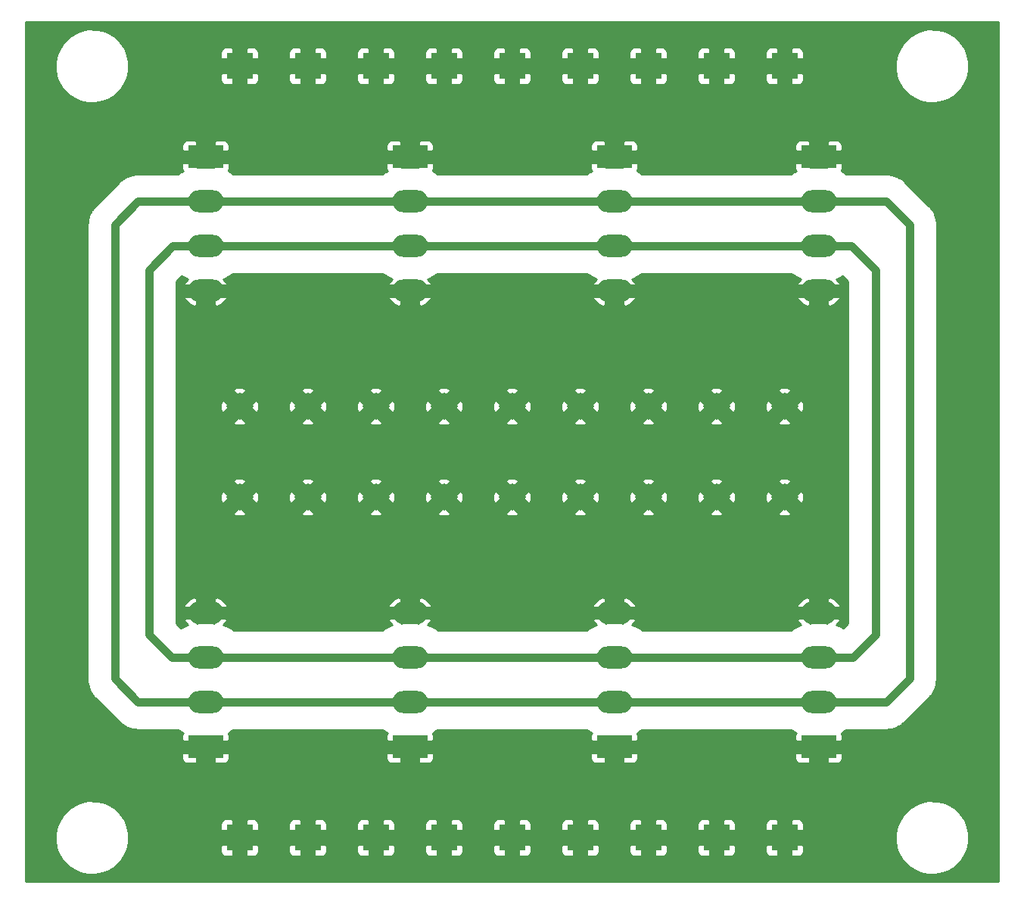
<source format=gbr>
G04 #@! TF.FileFunction,Copper,L1,Top,Signal*
%FSLAX46Y46*%
G04 Gerber Fmt 4.6, Leading zero omitted, Abs format (unit mm)*
G04 Created by KiCad (PCBNEW 4.0.4-stable) date 04/29/17 00:29:34*
%MOMM*%
%LPD*%
G01*
G04 APERTURE LIST*
%ADD10C,0.100000*%
%ADD11R,3.000000X3.000000*%
%ADD12C,3.000000*%
%ADD13R,4.000000X2.500000*%
%ADD14O,4.000000X2.500000*%
%ADD15C,1.200000*%
%ADD16C,0.900000*%
%ADD17C,0.254000*%
G04 APERTURE END LIST*
D10*
D11*
X105410000Y-63500000D03*
X97790000Y-63500000D03*
X113030000Y-63500000D03*
X120650000Y-63500000D03*
X128270000Y-63500000D03*
X135890000Y-63500000D03*
X143510000Y-63500000D03*
X151130000Y-63500000D03*
X158750000Y-63500000D03*
D12*
X105410000Y-111760000D03*
X97790000Y-111760000D03*
X113030000Y-111760000D03*
X120650000Y-111760000D03*
X128270000Y-111760000D03*
X135890000Y-111760000D03*
X143510000Y-111760000D03*
X151130000Y-111760000D03*
X158750000Y-111760000D03*
D11*
X105410000Y-149860000D03*
X97790000Y-149860000D03*
X113030000Y-149860000D03*
X120650000Y-149860000D03*
X128270000Y-149860000D03*
X135890000Y-149860000D03*
X143510000Y-149860000D03*
X151130000Y-149860000D03*
X158750000Y-149860000D03*
D13*
X93980000Y-73660000D03*
D14*
X93980000Y-78660000D03*
X93980000Y-88660000D03*
X93980000Y-83660000D03*
D13*
X116840000Y-73660000D03*
D14*
X116840000Y-78660000D03*
X116840000Y-88660000D03*
X116840000Y-83660000D03*
D13*
X139700000Y-73660000D03*
D14*
X139700000Y-78660000D03*
X139700000Y-88660000D03*
X139700000Y-83660000D03*
D13*
X162560000Y-73660000D03*
D14*
X162560000Y-78660000D03*
X162560000Y-88660000D03*
X162560000Y-83660000D03*
D13*
X162560000Y-139700000D03*
D14*
X162560000Y-134700000D03*
X162560000Y-124700000D03*
X162560000Y-129700000D03*
D13*
X139700000Y-139700000D03*
D14*
X139700000Y-134700000D03*
X139700000Y-124700000D03*
X139700000Y-129700000D03*
D12*
X105410000Y-101600000D03*
X97790000Y-101600000D03*
X113030000Y-101600000D03*
X120650000Y-101600000D03*
X128270000Y-101600000D03*
X135890000Y-101600000D03*
X143510000Y-101600000D03*
X151130000Y-101600000D03*
X158750000Y-101600000D03*
D13*
X116840000Y-139700000D03*
D14*
X116840000Y-134700000D03*
X116840000Y-124700000D03*
X116840000Y-129700000D03*
D13*
X93980000Y-139700000D03*
D14*
X93980000Y-134700000D03*
X93980000Y-124700000D03*
X93980000Y-129700000D03*
D15*
X139700000Y-139700000D02*
X162560000Y-139700000D01*
X116840000Y-139700000D02*
X139700000Y-139700000D01*
X93980000Y-139700000D02*
X116840000Y-139700000D01*
X139700000Y-73660000D02*
X158750000Y-73660000D01*
X158750000Y-73660000D02*
X162560000Y-73660000D01*
X116840000Y-73660000D02*
X139700000Y-73660000D01*
X93980000Y-73660000D02*
X116840000Y-73660000D01*
X93980000Y-73660000D02*
X83820000Y-73660000D01*
X83820000Y-139700000D02*
X93980000Y-139700000D01*
X78740000Y-134620000D02*
X83820000Y-139700000D01*
X78740000Y-78740000D02*
X78740000Y-134620000D01*
X83820000Y-73660000D02*
X78740000Y-78740000D01*
X172720000Y-139700000D02*
X177800000Y-134620000D01*
X162560000Y-73660000D02*
X172720000Y-73660000D01*
X177800000Y-78740000D02*
X177800000Y-134620000D01*
X172720000Y-73660000D02*
X177800000Y-78740000D01*
X172720000Y-139700000D02*
X162560000Y-139700000D01*
D16*
X172720000Y-81280000D02*
X172720000Y-132080000D01*
X93980000Y-78660000D02*
X86440000Y-78660000D01*
X86440000Y-134700000D02*
X93980000Y-134700000D01*
X83820000Y-132080000D02*
X86440000Y-134700000D01*
X83820000Y-81280000D02*
X83820000Y-132080000D01*
X86440000Y-78660000D02*
X83820000Y-81280000D01*
X162560000Y-78660000D02*
X170100000Y-78660000D01*
X170100000Y-134700000D02*
X162560000Y-134700000D01*
X172720000Y-132080000D02*
X170100000Y-134700000D01*
X170100000Y-78660000D02*
X172720000Y-81280000D01*
X93980000Y-134700000D02*
X116840000Y-134700000D01*
X139700000Y-134700000D02*
X116840000Y-134700000D01*
X162560000Y-134700000D02*
X139700000Y-134700000D01*
X139700000Y-78660000D02*
X162560000Y-78660000D01*
X116840000Y-78660000D02*
X139700000Y-78660000D01*
X93980000Y-78660000D02*
X116840000Y-78660000D01*
X166370000Y-129700000D02*
X168910000Y-127160000D01*
X168910000Y-127160000D02*
X168910000Y-127000000D01*
X162560000Y-83660000D02*
X166210000Y-83660000D01*
X166210000Y-83660000D02*
X168910000Y-86360000D01*
X168910000Y-86360000D02*
X168910000Y-127000000D01*
X90170000Y-129700000D02*
X87630000Y-127160000D01*
X87630000Y-127160000D02*
X87630000Y-127000000D01*
X93980000Y-83660000D02*
X90330000Y-83660000D01*
X90330000Y-83660000D02*
X87630000Y-86360000D01*
X87630000Y-86360000D02*
X87630000Y-127000000D01*
X90170000Y-129700000D02*
X93980000Y-129700000D01*
X166370000Y-129700000D02*
X162560000Y-129700000D01*
X139700000Y-129700000D02*
X162560000Y-129700000D01*
X116840000Y-129700000D02*
X139700000Y-129700000D01*
X93980000Y-129700000D02*
X116840000Y-129700000D01*
X116840000Y-83660000D02*
X139700000Y-83660000D01*
X93980000Y-83660000D02*
X116840000Y-83660000D01*
X162560000Y-83660000D02*
X139700000Y-83660000D01*
D17*
G36*
X113877235Y-86858965D02*
X114540299Y-87223488D01*
X114855946Y-87323617D01*
X114678343Y-87501173D01*
X114439674Y-87765823D01*
X114487304Y-88035000D01*
X115840000Y-88035000D01*
X115840000Y-87517163D01*
X116013481Y-87536622D01*
X116067612Y-87537000D01*
X117612388Y-87537000D01*
X117840000Y-87514682D01*
X117840000Y-88035000D01*
X119192696Y-88035000D01*
X119240326Y-87765823D01*
X119001657Y-87501173D01*
X118824885Y-87324447D01*
X119089798Y-87244465D01*
X119757887Y-86889236D01*
X119944547Y-86737000D01*
X136591883Y-86737000D01*
X136737235Y-86858965D01*
X137400299Y-87223488D01*
X137715946Y-87323617D01*
X137538343Y-87501173D01*
X137299674Y-87765823D01*
X137347304Y-88035000D01*
X138700000Y-88035000D01*
X138700000Y-87517163D01*
X138873481Y-87536622D01*
X138927612Y-87537000D01*
X140472388Y-87537000D01*
X140700000Y-87514682D01*
X140700000Y-88035000D01*
X142052696Y-88035000D01*
X142100326Y-87765823D01*
X141861657Y-87501173D01*
X141684885Y-87324447D01*
X141949798Y-87244465D01*
X142617887Y-86889236D01*
X142804547Y-86737000D01*
X159451883Y-86737000D01*
X159597235Y-86858965D01*
X160260299Y-87223488D01*
X160575946Y-87323617D01*
X160398343Y-87501173D01*
X160159674Y-87765823D01*
X160207304Y-88035000D01*
X161560000Y-88035000D01*
X161560000Y-87517163D01*
X161733481Y-87536622D01*
X161787612Y-87537000D01*
X163332388Y-87537000D01*
X163560000Y-87514682D01*
X163560000Y-88035000D01*
X164912696Y-88035000D01*
X164960326Y-87765823D01*
X164721657Y-87501173D01*
X164544885Y-87324447D01*
X164809798Y-87244465D01*
X165223148Y-87024683D01*
X165833000Y-87634535D01*
X165833000Y-125885465D01*
X165325743Y-126392721D01*
X164859701Y-126136512D01*
X164544054Y-126036383D01*
X164721657Y-125858827D01*
X164960326Y-125594177D01*
X164912696Y-125325000D01*
X163560000Y-125325000D01*
X163560000Y-125842837D01*
X163386519Y-125823378D01*
X163332388Y-125823000D01*
X161787612Y-125823000D01*
X161560000Y-125845318D01*
X161560000Y-125325000D01*
X160207304Y-125325000D01*
X160159674Y-125594177D01*
X160398343Y-125858827D01*
X160575115Y-126035553D01*
X160310202Y-126115535D01*
X159642113Y-126470764D01*
X159455453Y-126623000D01*
X142808117Y-126623000D01*
X142662765Y-126501035D01*
X141999701Y-126136512D01*
X141684054Y-126036383D01*
X141861657Y-125858827D01*
X142100326Y-125594177D01*
X142052696Y-125325000D01*
X140700000Y-125325000D01*
X140700000Y-125842837D01*
X140526519Y-125823378D01*
X140472388Y-125823000D01*
X138927612Y-125823000D01*
X138700000Y-125845318D01*
X138700000Y-125325000D01*
X137347304Y-125325000D01*
X137299674Y-125594177D01*
X137538343Y-125858827D01*
X137715115Y-126035553D01*
X137450202Y-126115535D01*
X136782113Y-126470764D01*
X136595453Y-126623000D01*
X119948117Y-126623000D01*
X119802765Y-126501035D01*
X119139701Y-126136512D01*
X118824054Y-126036383D01*
X119001657Y-125858827D01*
X119240326Y-125594177D01*
X119192696Y-125325000D01*
X117840000Y-125325000D01*
X117840000Y-125842837D01*
X117666519Y-125823378D01*
X117612388Y-125823000D01*
X116067612Y-125823000D01*
X115840000Y-125845318D01*
X115840000Y-125325000D01*
X114487304Y-125325000D01*
X114439674Y-125594177D01*
X114678343Y-125858827D01*
X114855115Y-126035553D01*
X114590202Y-126115535D01*
X113922113Y-126470764D01*
X113735453Y-126623000D01*
X97088117Y-126623000D01*
X96942765Y-126501035D01*
X96279701Y-126136512D01*
X95964054Y-126036383D01*
X96141657Y-125858827D01*
X96380326Y-125594177D01*
X96332696Y-125325000D01*
X94980000Y-125325000D01*
X94980000Y-125842837D01*
X94806519Y-125823378D01*
X94752388Y-125823000D01*
X93207612Y-125823000D01*
X92980000Y-125845318D01*
X92980000Y-125325000D01*
X91627304Y-125325000D01*
X91579674Y-125594177D01*
X91818343Y-125858827D01*
X91995115Y-126035553D01*
X91730202Y-126115535D01*
X91212394Y-126390858D01*
X90707000Y-125885464D01*
X90707000Y-123805823D01*
X91579674Y-123805823D01*
X91627304Y-124075000D01*
X92980000Y-124075000D01*
X92980000Y-123047563D01*
X94980000Y-123047563D01*
X94980000Y-124075000D01*
X96332696Y-124075000D01*
X96380326Y-123805823D01*
X114439674Y-123805823D01*
X114487304Y-124075000D01*
X115840000Y-124075000D01*
X115840000Y-123047563D01*
X117840000Y-123047563D01*
X117840000Y-124075000D01*
X119192696Y-124075000D01*
X119240326Y-123805823D01*
X137299674Y-123805823D01*
X137347304Y-124075000D01*
X138700000Y-124075000D01*
X138700000Y-123047563D01*
X140700000Y-123047563D01*
X140700000Y-124075000D01*
X142052696Y-124075000D01*
X142100326Y-123805823D01*
X160159674Y-123805823D01*
X160207304Y-124075000D01*
X161560000Y-124075000D01*
X161560000Y-123047563D01*
X163560000Y-123047563D01*
X163560000Y-124075000D01*
X164912696Y-124075000D01*
X164960326Y-123805823D01*
X164721657Y-123541173D01*
X164468457Y-123288039D01*
X164170738Y-123089166D01*
X163839941Y-122952196D01*
X163560000Y-123047563D01*
X161560000Y-123047563D01*
X161280059Y-122952196D01*
X160949262Y-123089166D01*
X160651543Y-123288039D01*
X160398343Y-123541173D01*
X160159674Y-123805823D01*
X142100326Y-123805823D01*
X141861657Y-123541173D01*
X141608457Y-123288039D01*
X141310738Y-123089166D01*
X140979941Y-122952196D01*
X140700000Y-123047563D01*
X138700000Y-123047563D01*
X138420059Y-122952196D01*
X138089262Y-123089166D01*
X137791543Y-123288039D01*
X137538343Y-123541173D01*
X137299674Y-123805823D01*
X119240326Y-123805823D01*
X119001657Y-123541173D01*
X118748457Y-123288039D01*
X118450738Y-123089166D01*
X118119941Y-122952196D01*
X117840000Y-123047563D01*
X115840000Y-123047563D01*
X115560059Y-122952196D01*
X115229262Y-123089166D01*
X114931543Y-123288039D01*
X114678343Y-123541173D01*
X114439674Y-123805823D01*
X96380326Y-123805823D01*
X96141657Y-123541173D01*
X95888457Y-123288039D01*
X95590738Y-123089166D01*
X95259941Y-122952196D01*
X94980000Y-123047563D01*
X92980000Y-123047563D01*
X92700059Y-122952196D01*
X92369262Y-123089166D01*
X92071543Y-123288039D01*
X91818343Y-123541173D01*
X91579674Y-123805823D01*
X90707000Y-123805823D01*
X90707000Y-113586487D01*
X97024173Y-113586487D01*
X97220382Y-113819989D01*
X97633210Y-113891534D01*
X98052064Y-113881165D01*
X98359618Y-113819989D01*
X98555827Y-113586487D01*
X104644173Y-113586487D01*
X104840382Y-113819989D01*
X105253210Y-113891534D01*
X105672064Y-113881165D01*
X105979618Y-113819989D01*
X106175827Y-113586487D01*
X112264173Y-113586487D01*
X112460382Y-113819989D01*
X112873210Y-113891534D01*
X113292064Y-113881165D01*
X113599618Y-113819989D01*
X113795827Y-113586487D01*
X119884173Y-113586487D01*
X120080382Y-113819989D01*
X120493210Y-113891534D01*
X120912064Y-113881165D01*
X121219618Y-113819989D01*
X121415827Y-113586487D01*
X127504173Y-113586487D01*
X127700382Y-113819989D01*
X128113210Y-113891534D01*
X128532064Y-113881165D01*
X128839618Y-113819989D01*
X129035827Y-113586487D01*
X135124173Y-113586487D01*
X135320382Y-113819989D01*
X135733210Y-113891534D01*
X136152064Y-113881165D01*
X136459618Y-113819989D01*
X136655827Y-113586487D01*
X142744173Y-113586487D01*
X142940382Y-113819989D01*
X143353210Y-113891534D01*
X143772064Y-113881165D01*
X144079618Y-113819989D01*
X144275827Y-113586487D01*
X150364173Y-113586487D01*
X150560382Y-113819989D01*
X150973210Y-113891534D01*
X151392064Y-113881165D01*
X151699618Y-113819989D01*
X151895827Y-113586487D01*
X157984173Y-113586487D01*
X158180382Y-113819989D01*
X158593210Y-113891534D01*
X159012064Y-113881165D01*
X159319618Y-113819989D01*
X159515827Y-113586487D01*
X158750000Y-112820660D01*
X157984173Y-113586487D01*
X151895827Y-113586487D01*
X151130000Y-112820660D01*
X150364173Y-113586487D01*
X144275827Y-113586487D01*
X143510000Y-112820660D01*
X142744173Y-113586487D01*
X136655827Y-113586487D01*
X135890000Y-112820660D01*
X135124173Y-113586487D01*
X129035827Y-113586487D01*
X128270000Y-112820660D01*
X127504173Y-113586487D01*
X121415827Y-113586487D01*
X120650000Y-112820660D01*
X119884173Y-113586487D01*
X113795827Y-113586487D01*
X113030000Y-112820660D01*
X112264173Y-113586487D01*
X106175827Y-113586487D01*
X105410000Y-112820660D01*
X104644173Y-113586487D01*
X98555827Y-113586487D01*
X97790000Y-112820660D01*
X97024173Y-113586487D01*
X90707000Y-113586487D01*
X90707000Y-111603210D01*
X95658466Y-111603210D01*
X95668835Y-112022064D01*
X95730011Y-112329618D01*
X95963513Y-112525827D01*
X96729340Y-111760000D01*
X98850660Y-111760000D01*
X99616487Y-112525827D01*
X99849989Y-112329618D01*
X99921534Y-111916790D01*
X99913772Y-111603210D01*
X103278466Y-111603210D01*
X103288835Y-112022064D01*
X103350011Y-112329618D01*
X103583513Y-112525827D01*
X104349340Y-111760000D01*
X106470660Y-111760000D01*
X107236487Y-112525827D01*
X107469989Y-112329618D01*
X107541534Y-111916790D01*
X107533772Y-111603210D01*
X110898466Y-111603210D01*
X110908835Y-112022064D01*
X110970011Y-112329618D01*
X111203513Y-112525827D01*
X111969340Y-111760000D01*
X114090660Y-111760000D01*
X114856487Y-112525827D01*
X115089989Y-112329618D01*
X115161534Y-111916790D01*
X115153772Y-111603210D01*
X118518466Y-111603210D01*
X118528835Y-112022064D01*
X118590011Y-112329618D01*
X118823513Y-112525827D01*
X119589340Y-111760000D01*
X121710660Y-111760000D01*
X122476487Y-112525827D01*
X122709989Y-112329618D01*
X122781534Y-111916790D01*
X122773772Y-111603210D01*
X126138466Y-111603210D01*
X126148835Y-112022064D01*
X126210011Y-112329618D01*
X126443513Y-112525827D01*
X127209340Y-111760000D01*
X129330660Y-111760000D01*
X130096487Y-112525827D01*
X130329989Y-112329618D01*
X130401534Y-111916790D01*
X130393772Y-111603210D01*
X133758466Y-111603210D01*
X133768835Y-112022064D01*
X133830011Y-112329618D01*
X134063513Y-112525827D01*
X134829340Y-111760000D01*
X136950660Y-111760000D01*
X137716487Y-112525827D01*
X137949989Y-112329618D01*
X138021534Y-111916790D01*
X138013772Y-111603210D01*
X141378466Y-111603210D01*
X141388835Y-112022064D01*
X141450011Y-112329618D01*
X141683513Y-112525827D01*
X142449340Y-111760000D01*
X144570660Y-111760000D01*
X145336487Y-112525827D01*
X145569989Y-112329618D01*
X145641534Y-111916790D01*
X145633772Y-111603210D01*
X148998466Y-111603210D01*
X149008835Y-112022064D01*
X149070011Y-112329618D01*
X149303513Y-112525827D01*
X150069340Y-111760000D01*
X152190660Y-111760000D01*
X152956487Y-112525827D01*
X153189989Y-112329618D01*
X153261534Y-111916790D01*
X153253772Y-111603210D01*
X156618466Y-111603210D01*
X156628835Y-112022064D01*
X156690011Y-112329618D01*
X156923513Y-112525827D01*
X157689340Y-111760000D01*
X159810660Y-111760000D01*
X160576487Y-112525827D01*
X160809989Y-112329618D01*
X160881534Y-111916790D01*
X160871165Y-111497936D01*
X160809989Y-111190382D01*
X160576487Y-110994173D01*
X159810660Y-111760000D01*
X157689340Y-111760000D01*
X156923513Y-110994173D01*
X156690011Y-111190382D01*
X156618466Y-111603210D01*
X153253772Y-111603210D01*
X153251165Y-111497936D01*
X153189989Y-111190382D01*
X152956487Y-110994173D01*
X152190660Y-111760000D01*
X150069340Y-111760000D01*
X149303513Y-110994173D01*
X149070011Y-111190382D01*
X148998466Y-111603210D01*
X145633772Y-111603210D01*
X145631165Y-111497936D01*
X145569989Y-111190382D01*
X145336487Y-110994173D01*
X144570660Y-111760000D01*
X142449340Y-111760000D01*
X141683513Y-110994173D01*
X141450011Y-111190382D01*
X141378466Y-111603210D01*
X138013772Y-111603210D01*
X138011165Y-111497936D01*
X137949989Y-111190382D01*
X137716487Y-110994173D01*
X136950660Y-111760000D01*
X134829340Y-111760000D01*
X134063513Y-110994173D01*
X133830011Y-111190382D01*
X133758466Y-111603210D01*
X130393772Y-111603210D01*
X130391165Y-111497936D01*
X130329989Y-111190382D01*
X130096487Y-110994173D01*
X129330660Y-111760000D01*
X127209340Y-111760000D01*
X126443513Y-110994173D01*
X126210011Y-111190382D01*
X126138466Y-111603210D01*
X122773772Y-111603210D01*
X122771165Y-111497936D01*
X122709989Y-111190382D01*
X122476487Y-110994173D01*
X121710660Y-111760000D01*
X119589340Y-111760000D01*
X118823513Y-110994173D01*
X118590011Y-111190382D01*
X118518466Y-111603210D01*
X115153772Y-111603210D01*
X115151165Y-111497936D01*
X115089989Y-111190382D01*
X114856487Y-110994173D01*
X114090660Y-111760000D01*
X111969340Y-111760000D01*
X111203513Y-110994173D01*
X110970011Y-111190382D01*
X110898466Y-111603210D01*
X107533772Y-111603210D01*
X107531165Y-111497936D01*
X107469989Y-111190382D01*
X107236487Y-110994173D01*
X106470660Y-111760000D01*
X104349340Y-111760000D01*
X103583513Y-110994173D01*
X103350011Y-111190382D01*
X103278466Y-111603210D01*
X99913772Y-111603210D01*
X99911165Y-111497936D01*
X99849989Y-111190382D01*
X99616487Y-110994173D01*
X98850660Y-111760000D01*
X96729340Y-111760000D01*
X95963513Y-110994173D01*
X95730011Y-111190382D01*
X95658466Y-111603210D01*
X90707000Y-111603210D01*
X90707000Y-109933513D01*
X97024173Y-109933513D01*
X97790000Y-110699340D01*
X98555827Y-109933513D01*
X104644173Y-109933513D01*
X105410000Y-110699340D01*
X106175827Y-109933513D01*
X112264173Y-109933513D01*
X113030000Y-110699340D01*
X113795827Y-109933513D01*
X119884173Y-109933513D01*
X120650000Y-110699340D01*
X121415827Y-109933513D01*
X127504173Y-109933513D01*
X128270000Y-110699340D01*
X129035827Y-109933513D01*
X135124173Y-109933513D01*
X135890000Y-110699340D01*
X136655827Y-109933513D01*
X142744173Y-109933513D01*
X143510000Y-110699340D01*
X144275827Y-109933513D01*
X150364173Y-109933513D01*
X151130000Y-110699340D01*
X151895827Y-109933513D01*
X157984173Y-109933513D01*
X158750000Y-110699340D01*
X159515827Y-109933513D01*
X159319618Y-109700011D01*
X158906790Y-109628466D01*
X158487936Y-109638835D01*
X158180382Y-109700011D01*
X157984173Y-109933513D01*
X151895827Y-109933513D01*
X151699618Y-109700011D01*
X151286790Y-109628466D01*
X150867936Y-109638835D01*
X150560382Y-109700011D01*
X150364173Y-109933513D01*
X144275827Y-109933513D01*
X144079618Y-109700011D01*
X143666790Y-109628466D01*
X143247936Y-109638835D01*
X142940382Y-109700011D01*
X142744173Y-109933513D01*
X136655827Y-109933513D01*
X136459618Y-109700011D01*
X136046790Y-109628466D01*
X135627936Y-109638835D01*
X135320382Y-109700011D01*
X135124173Y-109933513D01*
X129035827Y-109933513D01*
X128839618Y-109700011D01*
X128426790Y-109628466D01*
X128007936Y-109638835D01*
X127700382Y-109700011D01*
X127504173Y-109933513D01*
X121415827Y-109933513D01*
X121219618Y-109700011D01*
X120806790Y-109628466D01*
X120387936Y-109638835D01*
X120080382Y-109700011D01*
X119884173Y-109933513D01*
X113795827Y-109933513D01*
X113599618Y-109700011D01*
X113186790Y-109628466D01*
X112767936Y-109638835D01*
X112460382Y-109700011D01*
X112264173Y-109933513D01*
X106175827Y-109933513D01*
X105979618Y-109700011D01*
X105566790Y-109628466D01*
X105147936Y-109638835D01*
X104840382Y-109700011D01*
X104644173Y-109933513D01*
X98555827Y-109933513D01*
X98359618Y-109700011D01*
X97946790Y-109628466D01*
X97527936Y-109638835D01*
X97220382Y-109700011D01*
X97024173Y-109933513D01*
X90707000Y-109933513D01*
X90707000Y-103426487D01*
X97024173Y-103426487D01*
X97220382Y-103659989D01*
X97633210Y-103731534D01*
X98052064Y-103721165D01*
X98359618Y-103659989D01*
X98555827Y-103426487D01*
X104644173Y-103426487D01*
X104840382Y-103659989D01*
X105253210Y-103731534D01*
X105672064Y-103721165D01*
X105979618Y-103659989D01*
X106175827Y-103426487D01*
X112264173Y-103426487D01*
X112460382Y-103659989D01*
X112873210Y-103731534D01*
X113292064Y-103721165D01*
X113599618Y-103659989D01*
X113795827Y-103426487D01*
X119884173Y-103426487D01*
X120080382Y-103659989D01*
X120493210Y-103731534D01*
X120912064Y-103721165D01*
X121219618Y-103659989D01*
X121415827Y-103426487D01*
X127504173Y-103426487D01*
X127700382Y-103659989D01*
X128113210Y-103731534D01*
X128532064Y-103721165D01*
X128839618Y-103659989D01*
X129035827Y-103426487D01*
X135124173Y-103426487D01*
X135320382Y-103659989D01*
X135733210Y-103731534D01*
X136152064Y-103721165D01*
X136459618Y-103659989D01*
X136655827Y-103426487D01*
X142744173Y-103426487D01*
X142940382Y-103659989D01*
X143353210Y-103731534D01*
X143772064Y-103721165D01*
X144079618Y-103659989D01*
X144275827Y-103426487D01*
X150364173Y-103426487D01*
X150560382Y-103659989D01*
X150973210Y-103731534D01*
X151392064Y-103721165D01*
X151699618Y-103659989D01*
X151895827Y-103426487D01*
X157984173Y-103426487D01*
X158180382Y-103659989D01*
X158593210Y-103731534D01*
X159012064Y-103721165D01*
X159319618Y-103659989D01*
X159515827Y-103426487D01*
X158750000Y-102660660D01*
X157984173Y-103426487D01*
X151895827Y-103426487D01*
X151130000Y-102660660D01*
X150364173Y-103426487D01*
X144275827Y-103426487D01*
X143510000Y-102660660D01*
X142744173Y-103426487D01*
X136655827Y-103426487D01*
X135890000Y-102660660D01*
X135124173Y-103426487D01*
X129035827Y-103426487D01*
X128270000Y-102660660D01*
X127504173Y-103426487D01*
X121415827Y-103426487D01*
X120650000Y-102660660D01*
X119884173Y-103426487D01*
X113795827Y-103426487D01*
X113030000Y-102660660D01*
X112264173Y-103426487D01*
X106175827Y-103426487D01*
X105410000Y-102660660D01*
X104644173Y-103426487D01*
X98555827Y-103426487D01*
X97790000Y-102660660D01*
X97024173Y-103426487D01*
X90707000Y-103426487D01*
X90707000Y-101443210D01*
X95658466Y-101443210D01*
X95668835Y-101862064D01*
X95730011Y-102169618D01*
X95963513Y-102365827D01*
X96729340Y-101600000D01*
X98850660Y-101600000D01*
X99616487Y-102365827D01*
X99849989Y-102169618D01*
X99921534Y-101756790D01*
X99913772Y-101443210D01*
X103278466Y-101443210D01*
X103288835Y-101862064D01*
X103350011Y-102169618D01*
X103583513Y-102365827D01*
X104349340Y-101600000D01*
X106470660Y-101600000D01*
X107236487Y-102365827D01*
X107469989Y-102169618D01*
X107541534Y-101756790D01*
X107533772Y-101443210D01*
X110898466Y-101443210D01*
X110908835Y-101862064D01*
X110970011Y-102169618D01*
X111203513Y-102365827D01*
X111969340Y-101600000D01*
X114090660Y-101600000D01*
X114856487Y-102365827D01*
X115089989Y-102169618D01*
X115161534Y-101756790D01*
X115153772Y-101443210D01*
X118518466Y-101443210D01*
X118528835Y-101862064D01*
X118590011Y-102169618D01*
X118823513Y-102365827D01*
X119589340Y-101600000D01*
X121710660Y-101600000D01*
X122476487Y-102365827D01*
X122709989Y-102169618D01*
X122781534Y-101756790D01*
X122773772Y-101443210D01*
X126138466Y-101443210D01*
X126148835Y-101862064D01*
X126210011Y-102169618D01*
X126443513Y-102365827D01*
X127209340Y-101600000D01*
X129330660Y-101600000D01*
X130096487Y-102365827D01*
X130329989Y-102169618D01*
X130401534Y-101756790D01*
X130393772Y-101443210D01*
X133758466Y-101443210D01*
X133768835Y-101862064D01*
X133830011Y-102169618D01*
X134063513Y-102365827D01*
X134829340Y-101600000D01*
X136950660Y-101600000D01*
X137716487Y-102365827D01*
X137949989Y-102169618D01*
X138021534Y-101756790D01*
X138013772Y-101443210D01*
X141378466Y-101443210D01*
X141388835Y-101862064D01*
X141450011Y-102169618D01*
X141683513Y-102365827D01*
X142449340Y-101600000D01*
X144570660Y-101600000D01*
X145336487Y-102365827D01*
X145569989Y-102169618D01*
X145641534Y-101756790D01*
X145633772Y-101443210D01*
X148998466Y-101443210D01*
X149008835Y-101862064D01*
X149070011Y-102169618D01*
X149303513Y-102365827D01*
X150069340Y-101600000D01*
X152190660Y-101600000D01*
X152956487Y-102365827D01*
X153189989Y-102169618D01*
X153261534Y-101756790D01*
X153253772Y-101443210D01*
X156618466Y-101443210D01*
X156628835Y-101862064D01*
X156690011Y-102169618D01*
X156923513Y-102365827D01*
X157689340Y-101600000D01*
X159810660Y-101600000D01*
X160576487Y-102365827D01*
X160809989Y-102169618D01*
X160881534Y-101756790D01*
X160871165Y-101337936D01*
X160809989Y-101030382D01*
X160576487Y-100834173D01*
X159810660Y-101600000D01*
X157689340Y-101600000D01*
X156923513Y-100834173D01*
X156690011Y-101030382D01*
X156618466Y-101443210D01*
X153253772Y-101443210D01*
X153251165Y-101337936D01*
X153189989Y-101030382D01*
X152956487Y-100834173D01*
X152190660Y-101600000D01*
X150069340Y-101600000D01*
X149303513Y-100834173D01*
X149070011Y-101030382D01*
X148998466Y-101443210D01*
X145633772Y-101443210D01*
X145631165Y-101337936D01*
X145569989Y-101030382D01*
X145336487Y-100834173D01*
X144570660Y-101600000D01*
X142449340Y-101600000D01*
X141683513Y-100834173D01*
X141450011Y-101030382D01*
X141378466Y-101443210D01*
X138013772Y-101443210D01*
X138011165Y-101337936D01*
X137949989Y-101030382D01*
X137716487Y-100834173D01*
X136950660Y-101600000D01*
X134829340Y-101600000D01*
X134063513Y-100834173D01*
X133830011Y-101030382D01*
X133758466Y-101443210D01*
X130393772Y-101443210D01*
X130391165Y-101337936D01*
X130329989Y-101030382D01*
X130096487Y-100834173D01*
X129330660Y-101600000D01*
X127209340Y-101600000D01*
X126443513Y-100834173D01*
X126210011Y-101030382D01*
X126138466Y-101443210D01*
X122773772Y-101443210D01*
X122771165Y-101337936D01*
X122709989Y-101030382D01*
X122476487Y-100834173D01*
X121710660Y-101600000D01*
X119589340Y-101600000D01*
X118823513Y-100834173D01*
X118590011Y-101030382D01*
X118518466Y-101443210D01*
X115153772Y-101443210D01*
X115151165Y-101337936D01*
X115089989Y-101030382D01*
X114856487Y-100834173D01*
X114090660Y-101600000D01*
X111969340Y-101600000D01*
X111203513Y-100834173D01*
X110970011Y-101030382D01*
X110898466Y-101443210D01*
X107533772Y-101443210D01*
X107531165Y-101337936D01*
X107469989Y-101030382D01*
X107236487Y-100834173D01*
X106470660Y-101600000D01*
X104349340Y-101600000D01*
X103583513Y-100834173D01*
X103350011Y-101030382D01*
X103278466Y-101443210D01*
X99913772Y-101443210D01*
X99911165Y-101337936D01*
X99849989Y-101030382D01*
X99616487Y-100834173D01*
X98850660Y-101600000D01*
X96729340Y-101600000D01*
X95963513Y-100834173D01*
X95730011Y-101030382D01*
X95658466Y-101443210D01*
X90707000Y-101443210D01*
X90707000Y-99773513D01*
X97024173Y-99773513D01*
X97790000Y-100539340D01*
X98555827Y-99773513D01*
X104644173Y-99773513D01*
X105410000Y-100539340D01*
X106175827Y-99773513D01*
X112264173Y-99773513D01*
X113030000Y-100539340D01*
X113795827Y-99773513D01*
X119884173Y-99773513D01*
X120650000Y-100539340D01*
X121415827Y-99773513D01*
X127504173Y-99773513D01*
X128270000Y-100539340D01*
X129035827Y-99773513D01*
X135124173Y-99773513D01*
X135890000Y-100539340D01*
X136655827Y-99773513D01*
X142744173Y-99773513D01*
X143510000Y-100539340D01*
X144275827Y-99773513D01*
X150364173Y-99773513D01*
X151130000Y-100539340D01*
X151895827Y-99773513D01*
X157984173Y-99773513D01*
X158750000Y-100539340D01*
X159515827Y-99773513D01*
X159319618Y-99540011D01*
X158906790Y-99468466D01*
X158487936Y-99478835D01*
X158180382Y-99540011D01*
X157984173Y-99773513D01*
X151895827Y-99773513D01*
X151699618Y-99540011D01*
X151286790Y-99468466D01*
X150867936Y-99478835D01*
X150560382Y-99540011D01*
X150364173Y-99773513D01*
X144275827Y-99773513D01*
X144079618Y-99540011D01*
X143666790Y-99468466D01*
X143247936Y-99478835D01*
X142940382Y-99540011D01*
X142744173Y-99773513D01*
X136655827Y-99773513D01*
X136459618Y-99540011D01*
X136046790Y-99468466D01*
X135627936Y-99478835D01*
X135320382Y-99540011D01*
X135124173Y-99773513D01*
X129035827Y-99773513D01*
X128839618Y-99540011D01*
X128426790Y-99468466D01*
X128007936Y-99478835D01*
X127700382Y-99540011D01*
X127504173Y-99773513D01*
X121415827Y-99773513D01*
X121219618Y-99540011D01*
X120806790Y-99468466D01*
X120387936Y-99478835D01*
X120080382Y-99540011D01*
X119884173Y-99773513D01*
X113795827Y-99773513D01*
X113599618Y-99540011D01*
X113186790Y-99468466D01*
X112767936Y-99478835D01*
X112460382Y-99540011D01*
X112264173Y-99773513D01*
X106175827Y-99773513D01*
X105979618Y-99540011D01*
X105566790Y-99468466D01*
X105147936Y-99478835D01*
X104840382Y-99540011D01*
X104644173Y-99773513D01*
X98555827Y-99773513D01*
X98359618Y-99540011D01*
X97946790Y-99468466D01*
X97527936Y-99478835D01*
X97220382Y-99540011D01*
X97024173Y-99773513D01*
X90707000Y-99773513D01*
X90707000Y-89554177D01*
X91579674Y-89554177D01*
X91818343Y-89818827D01*
X92071543Y-90071961D01*
X92369262Y-90270834D01*
X92700059Y-90407804D01*
X92980000Y-90312437D01*
X92980000Y-89285000D01*
X94980000Y-89285000D01*
X94980000Y-90312437D01*
X95259941Y-90407804D01*
X95590738Y-90270834D01*
X95888457Y-90071961D01*
X96141657Y-89818827D01*
X96380326Y-89554177D01*
X114439674Y-89554177D01*
X114678343Y-89818827D01*
X114931543Y-90071961D01*
X115229262Y-90270834D01*
X115560059Y-90407804D01*
X115840000Y-90312437D01*
X115840000Y-89285000D01*
X117840000Y-89285000D01*
X117840000Y-90312437D01*
X118119941Y-90407804D01*
X118450738Y-90270834D01*
X118748457Y-90071961D01*
X119001657Y-89818827D01*
X119240326Y-89554177D01*
X137299674Y-89554177D01*
X137538343Y-89818827D01*
X137791543Y-90071961D01*
X138089262Y-90270834D01*
X138420059Y-90407804D01*
X138700000Y-90312437D01*
X138700000Y-89285000D01*
X140700000Y-89285000D01*
X140700000Y-90312437D01*
X140979941Y-90407804D01*
X141310738Y-90270834D01*
X141608457Y-90071961D01*
X141861657Y-89818827D01*
X142100326Y-89554177D01*
X160159674Y-89554177D01*
X160398343Y-89818827D01*
X160651543Y-90071961D01*
X160949262Y-90270834D01*
X161280059Y-90407804D01*
X161560000Y-90312437D01*
X161560000Y-89285000D01*
X163560000Y-89285000D01*
X163560000Y-90312437D01*
X163839941Y-90407804D01*
X164170738Y-90270834D01*
X164468457Y-90071961D01*
X164721657Y-89818827D01*
X164960326Y-89554177D01*
X164912696Y-89285000D01*
X163560000Y-89285000D01*
X161560000Y-89285000D01*
X160207304Y-89285000D01*
X160159674Y-89554177D01*
X142100326Y-89554177D01*
X142052696Y-89285000D01*
X140700000Y-89285000D01*
X138700000Y-89285000D01*
X137347304Y-89285000D01*
X137299674Y-89554177D01*
X119240326Y-89554177D01*
X119192696Y-89285000D01*
X117840000Y-89285000D01*
X115840000Y-89285000D01*
X114487304Y-89285000D01*
X114439674Y-89554177D01*
X96380326Y-89554177D01*
X96332696Y-89285000D01*
X94980000Y-89285000D01*
X92980000Y-89285000D01*
X91627304Y-89285000D01*
X91579674Y-89554177D01*
X90707000Y-89554177D01*
X90707000Y-87634536D01*
X91317499Y-87024037D01*
X91680299Y-87223488D01*
X91995946Y-87323617D01*
X91818343Y-87501173D01*
X91579674Y-87765823D01*
X91627304Y-88035000D01*
X92980000Y-88035000D01*
X92980000Y-87517163D01*
X93153481Y-87536622D01*
X93207612Y-87537000D01*
X94752388Y-87537000D01*
X94980000Y-87514682D01*
X94980000Y-88035000D01*
X96332696Y-88035000D01*
X96380326Y-87765823D01*
X96141657Y-87501173D01*
X95964885Y-87324447D01*
X96229798Y-87244465D01*
X96897887Y-86889236D01*
X97084547Y-86737000D01*
X113731883Y-86737000D01*
X113877235Y-86858965D01*
X113877235Y-86858965D01*
G37*
X113877235Y-86858965D02*
X114540299Y-87223488D01*
X114855946Y-87323617D01*
X114678343Y-87501173D01*
X114439674Y-87765823D01*
X114487304Y-88035000D01*
X115840000Y-88035000D01*
X115840000Y-87517163D01*
X116013481Y-87536622D01*
X116067612Y-87537000D01*
X117612388Y-87537000D01*
X117840000Y-87514682D01*
X117840000Y-88035000D01*
X119192696Y-88035000D01*
X119240326Y-87765823D01*
X119001657Y-87501173D01*
X118824885Y-87324447D01*
X119089798Y-87244465D01*
X119757887Y-86889236D01*
X119944547Y-86737000D01*
X136591883Y-86737000D01*
X136737235Y-86858965D01*
X137400299Y-87223488D01*
X137715946Y-87323617D01*
X137538343Y-87501173D01*
X137299674Y-87765823D01*
X137347304Y-88035000D01*
X138700000Y-88035000D01*
X138700000Y-87517163D01*
X138873481Y-87536622D01*
X138927612Y-87537000D01*
X140472388Y-87537000D01*
X140700000Y-87514682D01*
X140700000Y-88035000D01*
X142052696Y-88035000D01*
X142100326Y-87765823D01*
X141861657Y-87501173D01*
X141684885Y-87324447D01*
X141949798Y-87244465D01*
X142617887Y-86889236D01*
X142804547Y-86737000D01*
X159451883Y-86737000D01*
X159597235Y-86858965D01*
X160260299Y-87223488D01*
X160575946Y-87323617D01*
X160398343Y-87501173D01*
X160159674Y-87765823D01*
X160207304Y-88035000D01*
X161560000Y-88035000D01*
X161560000Y-87517163D01*
X161733481Y-87536622D01*
X161787612Y-87537000D01*
X163332388Y-87537000D01*
X163560000Y-87514682D01*
X163560000Y-88035000D01*
X164912696Y-88035000D01*
X164960326Y-87765823D01*
X164721657Y-87501173D01*
X164544885Y-87324447D01*
X164809798Y-87244465D01*
X165223148Y-87024683D01*
X165833000Y-87634535D01*
X165833000Y-125885465D01*
X165325743Y-126392721D01*
X164859701Y-126136512D01*
X164544054Y-126036383D01*
X164721657Y-125858827D01*
X164960326Y-125594177D01*
X164912696Y-125325000D01*
X163560000Y-125325000D01*
X163560000Y-125842837D01*
X163386519Y-125823378D01*
X163332388Y-125823000D01*
X161787612Y-125823000D01*
X161560000Y-125845318D01*
X161560000Y-125325000D01*
X160207304Y-125325000D01*
X160159674Y-125594177D01*
X160398343Y-125858827D01*
X160575115Y-126035553D01*
X160310202Y-126115535D01*
X159642113Y-126470764D01*
X159455453Y-126623000D01*
X142808117Y-126623000D01*
X142662765Y-126501035D01*
X141999701Y-126136512D01*
X141684054Y-126036383D01*
X141861657Y-125858827D01*
X142100326Y-125594177D01*
X142052696Y-125325000D01*
X140700000Y-125325000D01*
X140700000Y-125842837D01*
X140526519Y-125823378D01*
X140472388Y-125823000D01*
X138927612Y-125823000D01*
X138700000Y-125845318D01*
X138700000Y-125325000D01*
X137347304Y-125325000D01*
X137299674Y-125594177D01*
X137538343Y-125858827D01*
X137715115Y-126035553D01*
X137450202Y-126115535D01*
X136782113Y-126470764D01*
X136595453Y-126623000D01*
X119948117Y-126623000D01*
X119802765Y-126501035D01*
X119139701Y-126136512D01*
X118824054Y-126036383D01*
X119001657Y-125858827D01*
X119240326Y-125594177D01*
X119192696Y-125325000D01*
X117840000Y-125325000D01*
X117840000Y-125842837D01*
X117666519Y-125823378D01*
X117612388Y-125823000D01*
X116067612Y-125823000D01*
X115840000Y-125845318D01*
X115840000Y-125325000D01*
X114487304Y-125325000D01*
X114439674Y-125594177D01*
X114678343Y-125858827D01*
X114855115Y-126035553D01*
X114590202Y-126115535D01*
X113922113Y-126470764D01*
X113735453Y-126623000D01*
X97088117Y-126623000D01*
X96942765Y-126501035D01*
X96279701Y-126136512D01*
X95964054Y-126036383D01*
X96141657Y-125858827D01*
X96380326Y-125594177D01*
X96332696Y-125325000D01*
X94980000Y-125325000D01*
X94980000Y-125842837D01*
X94806519Y-125823378D01*
X94752388Y-125823000D01*
X93207612Y-125823000D01*
X92980000Y-125845318D01*
X92980000Y-125325000D01*
X91627304Y-125325000D01*
X91579674Y-125594177D01*
X91818343Y-125858827D01*
X91995115Y-126035553D01*
X91730202Y-126115535D01*
X91212394Y-126390858D01*
X90707000Y-125885464D01*
X90707000Y-123805823D01*
X91579674Y-123805823D01*
X91627304Y-124075000D01*
X92980000Y-124075000D01*
X92980000Y-123047563D01*
X94980000Y-123047563D01*
X94980000Y-124075000D01*
X96332696Y-124075000D01*
X96380326Y-123805823D01*
X114439674Y-123805823D01*
X114487304Y-124075000D01*
X115840000Y-124075000D01*
X115840000Y-123047563D01*
X117840000Y-123047563D01*
X117840000Y-124075000D01*
X119192696Y-124075000D01*
X119240326Y-123805823D01*
X137299674Y-123805823D01*
X137347304Y-124075000D01*
X138700000Y-124075000D01*
X138700000Y-123047563D01*
X140700000Y-123047563D01*
X140700000Y-124075000D01*
X142052696Y-124075000D01*
X142100326Y-123805823D01*
X160159674Y-123805823D01*
X160207304Y-124075000D01*
X161560000Y-124075000D01*
X161560000Y-123047563D01*
X163560000Y-123047563D01*
X163560000Y-124075000D01*
X164912696Y-124075000D01*
X164960326Y-123805823D01*
X164721657Y-123541173D01*
X164468457Y-123288039D01*
X164170738Y-123089166D01*
X163839941Y-122952196D01*
X163560000Y-123047563D01*
X161560000Y-123047563D01*
X161280059Y-122952196D01*
X160949262Y-123089166D01*
X160651543Y-123288039D01*
X160398343Y-123541173D01*
X160159674Y-123805823D01*
X142100326Y-123805823D01*
X141861657Y-123541173D01*
X141608457Y-123288039D01*
X141310738Y-123089166D01*
X140979941Y-122952196D01*
X140700000Y-123047563D01*
X138700000Y-123047563D01*
X138420059Y-122952196D01*
X138089262Y-123089166D01*
X137791543Y-123288039D01*
X137538343Y-123541173D01*
X137299674Y-123805823D01*
X119240326Y-123805823D01*
X119001657Y-123541173D01*
X118748457Y-123288039D01*
X118450738Y-123089166D01*
X118119941Y-122952196D01*
X117840000Y-123047563D01*
X115840000Y-123047563D01*
X115560059Y-122952196D01*
X115229262Y-123089166D01*
X114931543Y-123288039D01*
X114678343Y-123541173D01*
X114439674Y-123805823D01*
X96380326Y-123805823D01*
X96141657Y-123541173D01*
X95888457Y-123288039D01*
X95590738Y-123089166D01*
X95259941Y-122952196D01*
X94980000Y-123047563D01*
X92980000Y-123047563D01*
X92700059Y-122952196D01*
X92369262Y-123089166D01*
X92071543Y-123288039D01*
X91818343Y-123541173D01*
X91579674Y-123805823D01*
X90707000Y-123805823D01*
X90707000Y-113586487D01*
X97024173Y-113586487D01*
X97220382Y-113819989D01*
X97633210Y-113891534D01*
X98052064Y-113881165D01*
X98359618Y-113819989D01*
X98555827Y-113586487D01*
X104644173Y-113586487D01*
X104840382Y-113819989D01*
X105253210Y-113891534D01*
X105672064Y-113881165D01*
X105979618Y-113819989D01*
X106175827Y-113586487D01*
X112264173Y-113586487D01*
X112460382Y-113819989D01*
X112873210Y-113891534D01*
X113292064Y-113881165D01*
X113599618Y-113819989D01*
X113795827Y-113586487D01*
X119884173Y-113586487D01*
X120080382Y-113819989D01*
X120493210Y-113891534D01*
X120912064Y-113881165D01*
X121219618Y-113819989D01*
X121415827Y-113586487D01*
X127504173Y-113586487D01*
X127700382Y-113819989D01*
X128113210Y-113891534D01*
X128532064Y-113881165D01*
X128839618Y-113819989D01*
X129035827Y-113586487D01*
X135124173Y-113586487D01*
X135320382Y-113819989D01*
X135733210Y-113891534D01*
X136152064Y-113881165D01*
X136459618Y-113819989D01*
X136655827Y-113586487D01*
X142744173Y-113586487D01*
X142940382Y-113819989D01*
X143353210Y-113891534D01*
X143772064Y-113881165D01*
X144079618Y-113819989D01*
X144275827Y-113586487D01*
X150364173Y-113586487D01*
X150560382Y-113819989D01*
X150973210Y-113891534D01*
X151392064Y-113881165D01*
X151699618Y-113819989D01*
X151895827Y-113586487D01*
X157984173Y-113586487D01*
X158180382Y-113819989D01*
X158593210Y-113891534D01*
X159012064Y-113881165D01*
X159319618Y-113819989D01*
X159515827Y-113586487D01*
X158750000Y-112820660D01*
X157984173Y-113586487D01*
X151895827Y-113586487D01*
X151130000Y-112820660D01*
X150364173Y-113586487D01*
X144275827Y-113586487D01*
X143510000Y-112820660D01*
X142744173Y-113586487D01*
X136655827Y-113586487D01*
X135890000Y-112820660D01*
X135124173Y-113586487D01*
X129035827Y-113586487D01*
X128270000Y-112820660D01*
X127504173Y-113586487D01*
X121415827Y-113586487D01*
X120650000Y-112820660D01*
X119884173Y-113586487D01*
X113795827Y-113586487D01*
X113030000Y-112820660D01*
X112264173Y-113586487D01*
X106175827Y-113586487D01*
X105410000Y-112820660D01*
X104644173Y-113586487D01*
X98555827Y-113586487D01*
X97790000Y-112820660D01*
X97024173Y-113586487D01*
X90707000Y-113586487D01*
X90707000Y-111603210D01*
X95658466Y-111603210D01*
X95668835Y-112022064D01*
X95730011Y-112329618D01*
X95963513Y-112525827D01*
X96729340Y-111760000D01*
X98850660Y-111760000D01*
X99616487Y-112525827D01*
X99849989Y-112329618D01*
X99921534Y-111916790D01*
X99913772Y-111603210D01*
X103278466Y-111603210D01*
X103288835Y-112022064D01*
X103350011Y-112329618D01*
X103583513Y-112525827D01*
X104349340Y-111760000D01*
X106470660Y-111760000D01*
X107236487Y-112525827D01*
X107469989Y-112329618D01*
X107541534Y-111916790D01*
X107533772Y-111603210D01*
X110898466Y-111603210D01*
X110908835Y-112022064D01*
X110970011Y-112329618D01*
X111203513Y-112525827D01*
X111969340Y-111760000D01*
X114090660Y-111760000D01*
X114856487Y-112525827D01*
X115089989Y-112329618D01*
X115161534Y-111916790D01*
X115153772Y-111603210D01*
X118518466Y-111603210D01*
X118528835Y-112022064D01*
X118590011Y-112329618D01*
X118823513Y-112525827D01*
X119589340Y-111760000D01*
X121710660Y-111760000D01*
X122476487Y-112525827D01*
X122709989Y-112329618D01*
X122781534Y-111916790D01*
X122773772Y-111603210D01*
X126138466Y-111603210D01*
X126148835Y-112022064D01*
X126210011Y-112329618D01*
X126443513Y-112525827D01*
X127209340Y-111760000D01*
X129330660Y-111760000D01*
X130096487Y-112525827D01*
X130329989Y-112329618D01*
X130401534Y-111916790D01*
X130393772Y-111603210D01*
X133758466Y-111603210D01*
X133768835Y-112022064D01*
X133830011Y-112329618D01*
X134063513Y-112525827D01*
X134829340Y-111760000D01*
X136950660Y-111760000D01*
X137716487Y-112525827D01*
X137949989Y-112329618D01*
X138021534Y-111916790D01*
X138013772Y-111603210D01*
X141378466Y-111603210D01*
X141388835Y-112022064D01*
X141450011Y-112329618D01*
X141683513Y-112525827D01*
X142449340Y-111760000D01*
X144570660Y-111760000D01*
X145336487Y-112525827D01*
X145569989Y-112329618D01*
X145641534Y-111916790D01*
X145633772Y-111603210D01*
X148998466Y-111603210D01*
X149008835Y-112022064D01*
X149070011Y-112329618D01*
X149303513Y-112525827D01*
X150069340Y-111760000D01*
X152190660Y-111760000D01*
X152956487Y-112525827D01*
X153189989Y-112329618D01*
X153261534Y-111916790D01*
X153253772Y-111603210D01*
X156618466Y-111603210D01*
X156628835Y-112022064D01*
X156690011Y-112329618D01*
X156923513Y-112525827D01*
X157689340Y-111760000D01*
X159810660Y-111760000D01*
X160576487Y-112525827D01*
X160809989Y-112329618D01*
X160881534Y-111916790D01*
X160871165Y-111497936D01*
X160809989Y-111190382D01*
X160576487Y-110994173D01*
X159810660Y-111760000D01*
X157689340Y-111760000D01*
X156923513Y-110994173D01*
X156690011Y-111190382D01*
X156618466Y-111603210D01*
X153253772Y-111603210D01*
X153251165Y-111497936D01*
X153189989Y-111190382D01*
X152956487Y-110994173D01*
X152190660Y-111760000D01*
X150069340Y-111760000D01*
X149303513Y-110994173D01*
X149070011Y-111190382D01*
X148998466Y-111603210D01*
X145633772Y-111603210D01*
X145631165Y-111497936D01*
X145569989Y-111190382D01*
X145336487Y-110994173D01*
X144570660Y-111760000D01*
X142449340Y-111760000D01*
X141683513Y-110994173D01*
X141450011Y-111190382D01*
X141378466Y-111603210D01*
X138013772Y-111603210D01*
X138011165Y-111497936D01*
X137949989Y-111190382D01*
X137716487Y-110994173D01*
X136950660Y-111760000D01*
X134829340Y-111760000D01*
X134063513Y-110994173D01*
X133830011Y-111190382D01*
X133758466Y-111603210D01*
X130393772Y-111603210D01*
X130391165Y-111497936D01*
X130329989Y-111190382D01*
X130096487Y-110994173D01*
X129330660Y-111760000D01*
X127209340Y-111760000D01*
X126443513Y-110994173D01*
X126210011Y-111190382D01*
X126138466Y-111603210D01*
X122773772Y-111603210D01*
X122771165Y-111497936D01*
X122709989Y-111190382D01*
X122476487Y-110994173D01*
X121710660Y-111760000D01*
X119589340Y-111760000D01*
X118823513Y-110994173D01*
X118590011Y-111190382D01*
X118518466Y-111603210D01*
X115153772Y-111603210D01*
X115151165Y-111497936D01*
X115089989Y-111190382D01*
X114856487Y-110994173D01*
X114090660Y-111760000D01*
X111969340Y-111760000D01*
X111203513Y-110994173D01*
X110970011Y-111190382D01*
X110898466Y-111603210D01*
X107533772Y-111603210D01*
X107531165Y-111497936D01*
X107469989Y-111190382D01*
X107236487Y-110994173D01*
X106470660Y-111760000D01*
X104349340Y-111760000D01*
X103583513Y-110994173D01*
X103350011Y-111190382D01*
X103278466Y-111603210D01*
X99913772Y-111603210D01*
X99911165Y-111497936D01*
X99849989Y-111190382D01*
X99616487Y-110994173D01*
X98850660Y-111760000D01*
X96729340Y-111760000D01*
X95963513Y-110994173D01*
X95730011Y-111190382D01*
X95658466Y-111603210D01*
X90707000Y-111603210D01*
X90707000Y-109933513D01*
X97024173Y-109933513D01*
X97790000Y-110699340D01*
X98555827Y-109933513D01*
X104644173Y-109933513D01*
X105410000Y-110699340D01*
X106175827Y-109933513D01*
X112264173Y-109933513D01*
X113030000Y-110699340D01*
X113795827Y-109933513D01*
X119884173Y-109933513D01*
X120650000Y-110699340D01*
X121415827Y-109933513D01*
X127504173Y-109933513D01*
X128270000Y-110699340D01*
X129035827Y-109933513D01*
X135124173Y-109933513D01*
X135890000Y-110699340D01*
X136655827Y-109933513D01*
X142744173Y-109933513D01*
X143510000Y-110699340D01*
X144275827Y-109933513D01*
X150364173Y-109933513D01*
X151130000Y-110699340D01*
X151895827Y-109933513D01*
X157984173Y-109933513D01*
X158750000Y-110699340D01*
X159515827Y-109933513D01*
X159319618Y-109700011D01*
X158906790Y-109628466D01*
X158487936Y-109638835D01*
X158180382Y-109700011D01*
X157984173Y-109933513D01*
X151895827Y-109933513D01*
X151699618Y-109700011D01*
X151286790Y-109628466D01*
X150867936Y-109638835D01*
X150560382Y-109700011D01*
X150364173Y-109933513D01*
X144275827Y-109933513D01*
X144079618Y-109700011D01*
X143666790Y-109628466D01*
X143247936Y-109638835D01*
X142940382Y-109700011D01*
X142744173Y-109933513D01*
X136655827Y-109933513D01*
X136459618Y-109700011D01*
X136046790Y-109628466D01*
X135627936Y-109638835D01*
X135320382Y-109700011D01*
X135124173Y-109933513D01*
X129035827Y-109933513D01*
X128839618Y-109700011D01*
X128426790Y-109628466D01*
X128007936Y-109638835D01*
X127700382Y-109700011D01*
X127504173Y-109933513D01*
X121415827Y-109933513D01*
X121219618Y-109700011D01*
X120806790Y-109628466D01*
X120387936Y-109638835D01*
X120080382Y-109700011D01*
X119884173Y-109933513D01*
X113795827Y-109933513D01*
X113599618Y-109700011D01*
X113186790Y-109628466D01*
X112767936Y-109638835D01*
X112460382Y-109700011D01*
X112264173Y-109933513D01*
X106175827Y-109933513D01*
X105979618Y-109700011D01*
X105566790Y-109628466D01*
X105147936Y-109638835D01*
X104840382Y-109700011D01*
X104644173Y-109933513D01*
X98555827Y-109933513D01*
X98359618Y-109700011D01*
X97946790Y-109628466D01*
X97527936Y-109638835D01*
X97220382Y-109700011D01*
X97024173Y-109933513D01*
X90707000Y-109933513D01*
X90707000Y-103426487D01*
X97024173Y-103426487D01*
X97220382Y-103659989D01*
X97633210Y-103731534D01*
X98052064Y-103721165D01*
X98359618Y-103659989D01*
X98555827Y-103426487D01*
X104644173Y-103426487D01*
X104840382Y-103659989D01*
X105253210Y-103731534D01*
X105672064Y-103721165D01*
X105979618Y-103659989D01*
X106175827Y-103426487D01*
X112264173Y-103426487D01*
X112460382Y-103659989D01*
X112873210Y-103731534D01*
X113292064Y-103721165D01*
X113599618Y-103659989D01*
X113795827Y-103426487D01*
X119884173Y-103426487D01*
X120080382Y-103659989D01*
X120493210Y-103731534D01*
X120912064Y-103721165D01*
X121219618Y-103659989D01*
X121415827Y-103426487D01*
X127504173Y-103426487D01*
X127700382Y-103659989D01*
X128113210Y-103731534D01*
X128532064Y-103721165D01*
X128839618Y-103659989D01*
X129035827Y-103426487D01*
X135124173Y-103426487D01*
X135320382Y-103659989D01*
X135733210Y-103731534D01*
X136152064Y-103721165D01*
X136459618Y-103659989D01*
X136655827Y-103426487D01*
X142744173Y-103426487D01*
X142940382Y-103659989D01*
X143353210Y-103731534D01*
X143772064Y-103721165D01*
X144079618Y-103659989D01*
X144275827Y-103426487D01*
X150364173Y-103426487D01*
X150560382Y-103659989D01*
X150973210Y-103731534D01*
X151392064Y-103721165D01*
X151699618Y-103659989D01*
X151895827Y-103426487D01*
X157984173Y-103426487D01*
X158180382Y-103659989D01*
X158593210Y-103731534D01*
X159012064Y-103721165D01*
X159319618Y-103659989D01*
X159515827Y-103426487D01*
X158750000Y-102660660D01*
X157984173Y-103426487D01*
X151895827Y-103426487D01*
X151130000Y-102660660D01*
X150364173Y-103426487D01*
X144275827Y-103426487D01*
X143510000Y-102660660D01*
X142744173Y-103426487D01*
X136655827Y-103426487D01*
X135890000Y-102660660D01*
X135124173Y-103426487D01*
X129035827Y-103426487D01*
X128270000Y-102660660D01*
X127504173Y-103426487D01*
X121415827Y-103426487D01*
X120650000Y-102660660D01*
X119884173Y-103426487D01*
X113795827Y-103426487D01*
X113030000Y-102660660D01*
X112264173Y-103426487D01*
X106175827Y-103426487D01*
X105410000Y-102660660D01*
X104644173Y-103426487D01*
X98555827Y-103426487D01*
X97790000Y-102660660D01*
X97024173Y-103426487D01*
X90707000Y-103426487D01*
X90707000Y-101443210D01*
X95658466Y-101443210D01*
X95668835Y-101862064D01*
X95730011Y-102169618D01*
X95963513Y-102365827D01*
X96729340Y-101600000D01*
X98850660Y-101600000D01*
X99616487Y-102365827D01*
X99849989Y-102169618D01*
X99921534Y-101756790D01*
X99913772Y-101443210D01*
X103278466Y-101443210D01*
X103288835Y-101862064D01*
X103350011Y-102169618D01*
X103583513Y-102365827D01*
X104349340Y-101600000D01*
X106470660Y-101600000D01*
X107236487Y-102365827D01*
X107469989Y-102169618D01*
X107541534Y-101756790D01*
X107533772Y-101443210D01*
X110898466Y-101443210D01*
X110908835Y-101862064D01*
X110970011Y-102169618D01*
X111203513Y-102365827D01*
X111969340Y-101600000D01*
X114090660Y-101600000D01*
X114856487Y-102365827D01*
X115089989Y-102169618D01*
X115161534Y-101756790D01*
X115153772Y-101443210D01*
X118518466Y-101443210D01*
X118528835Y-101862064D01*
X118590011Y-102169618D01*
X118823513Y-102365827D01*
X119589340Y-101600000D01*
X121710660Y-101600000D01*
X122476487Y-102365827D01*
X122709989Y-102169618D01*
X122781534Y-101756790D01*
X122773772Y-101443210D01*
X126138466Y-101443210D01*
X126148835Y-101862064D01*
X126210011Y-102169618D01*
X126443513Y-102365827D01*
X127209340Y-101600000D01*
X129330660Y-101600000D01*
X130096487Y-102365827D01*
X130329989Y-102169618D01*
X130401534Y-101756790D01*
X130393772Y-101443210D01*
X133758466Y-101443210D01*
X133768835Y-101862064D01*
X133830011Y-102169618D01*
X134063513Y-102365827D01*
X134829340Y-101600000D01*
X136950660Y-101600000D01*
X137716487Y-102365827D01*
X137949989Y-102169618D01*
X138021534Y-101756790D01*
X138013772Y-101443210D01*
X141378466Y-101443210D01*
X141388835Y-101862064D01*
X141450011Y-102169618D01*
X141683513Y-102365827D01*
X142449340Y-101600000D01*
X144570660Y-101600000D01*
X145336487Y-102365827D01*
X145569989Y-102169618D01*
X145641534Y-101756790D01*
X145633772Y-101443210D01*
X148998466Y-101443210D01*
X149008835Y-101862064D01*
X149070011Y-102169618D01*
X149303513Y-102365827D01*
X150069340Y-101600000D01*
X152190660Y-101600000D01*
X152956487Y-102365827D01*
X153189989Y-102169618D01*
X153261534Y-101756790D01*
X153253772Y-101443210D01*
X156618466Y-101443210D01*
X156628835Y-101862064D01*
X156690011Y-102169618D01*
X156923513Y-102365827D01*
X157689340Y-101600000D01*
X159810660Y-101600000D01*
X160576487Y-102365827D01*
X160809989Y-102169618D01*
X160881534Y-101756790D01*
X160871165Y-101337936D01*
X160809989Y-101030382D01*
X160576487Y-100834173D01*
X159810660Y-101600000D01*
X157689340Y-101600000D01*
X156923513Y-100834173D01*
X156690011Y-101030382D01*
X156618466Y-101443210D01*
X153253772Y-101443210D01*
X153251165Y-101337936D01*
X153189989Y-101030382D01*
X152956487Y-100834173D01*
X152190660Y-101600000D01*
X150069340Y-101600000D01*
X149303513Y-100834173D01*
X149070011Y-101030382D01*
X148998466Y-101443210D01*
X145633772Y-101443210D01*
X145631165Y-101337936D01*
X145569989Y-101030382D01*
X145336487Y-100834173D01*
X144570660Y-101600000D01*
X142449340Y-101600000D01*
X141683513Y-100834173D01*
X141450011Y-101030382D01*
X141378466Y-101443210D01*
X138013772Y-101443210D01*
X138011165Y-101337936D01*
X137949989Y-101030382D01*
X137716487Y-100834173D01*
X136950660Y-101600000D01*
X134829340Y-101600000D01*
X134063513Y-100834173D01*
X133830011Y-101030382D01*
X133758466Y-101443210D01*
X130393772Y-101443210D01*
X130391165Y-101337936D01*
X130329989Y-101030382D01*
X130096487Y-100834173D01*
X129330660Y-101600000D01*
X127209340Y-101600000D01*
X126443513Y-100834173D01*
X126210011Y-101030382D01*
X126138466Y-101443210D01*
X122773772Y-101443210D01*
X122771165Y-101337936D01*
X122709989Y-101030382D01*
X122476487Y-100834173D01*
X121710660Y-101600000D01*
X119589340Y-101600000D01*
X118823513Y-100834173D01*
X118590011Y-101030382D01*
X118518466Y-101443210D01*
X115153772Y-101443210D01*
X115151165Y-101337936D01*
X115089989Y-101030382D01*
X114856487Y-100834173D01*
X114090660Y-101600000D01*
X111969340Y-101600000D01*
X111203513Y-100834173D01*
X110970011Y-101030382D01*
X110898466Y-101443210D01*
X107533772Y-101443210D01*
X107531165Y-101337936D01*
X107469989Y-101030382D01*
X107236487Y-100834173D01*
X106470660Y-101600000D01*
X104349340Y-101600000D01*
X103583513Y-100834173D01*
X103350011Y-101030382D01*
X103278466Y-101443210D01*
X99913772Y-101443210D01*
X99911165Y-101337936D01*
X99849989Y-101030382D01*
X99616487Y-100834173D01*
X98850660Y-101600000D01*
X96729340Y-101600000D01*
X95963513Y-100834173D01*
X95730011Y-101030382D01*
X95658466Y-101443210D01*
X90707000Y-101443210D01*
X90707000Y-99773513D01*
X97024173Y-99773513D01*
X97790000Y-100539340D01*
X98555827Y-99773513D01*
X104644173Y-99773513D01*
X105410000Y-100539340D01*
X106175827Y-99773513D01*
X112264173Y-99773513D01*
X113030000Y-100539340D01*
X113795827Y-99773513D01*
X119884173Y-99773513D01*
X120650000Y-100539340D01*
X121415827Y-99773513D01*
X127504173Y-99773513D01*
X128270000Y-100539340D01*
X129035827Y-99773513D01*
X135124173Y-99773513D01*
X135890000Y-100539340D01*
X136655827Y-99773513D01*
X142744173Y-99773513D01*
X143510000Y-100539340D01*
X144275827Y-99773513D01*
X150364173Y-99773513D01*
X151130000Y-100539340D01*
X151895827Y-99773513D01*
X157984173Y-99773513D01*
X158750000Y-100539340D01*
X159515827Y-99773513D01*
X159319618Y-99540011D01*
X158906790Y-99468466D01*
X158487936Y-99478835D01*
X158180382Y-99540011D01*
X157984173Y-99773513D01*
X151895827Y-99773513D01*
X151699618Y-99540011D01*
X151286790Y-99468466D01*
X150867936Y-99478835D01*
X150560382Y-99540011D01*
X150364173Y-99773513D01*
X144275827Y-99773513D01*
X144079618Y-99540011D01*
X143666790Y-99468466D01*
X143247936Y-99478835D01*
X142940382Y-99540011D01*
X142744173Y-99773513D01*
X136655827Y-99773513D01*
X136459618Y-99540011D01*
X136046790Y-99468466D01*
X135627936Y-99478835D01*
X135320382Y-99540011D01*
X135124173Y-99773513D01*
X129035827Y-99773513D01*
X128839618Y-99540011D01*
X128426790Y-99468466D01*
X128007936Y-99478835D01*
X127700382Y-99540011D01*
X127504173Y-99773513D01*
X121415827Y-99773513D01*
X121219618Y-99540011D01*
X120806790Y-99468466D01*
X120387936Y-99478835D01*
X120080382Y-99540011D01*
X119884173Y-99773513D01*
X113795827Y-99773513D01*
X113599618Y-99540011D01*
X113186790Y-99468466D01*
X112767936Y-99478835D01*
X112460382Y-99540011D01*
X112264173Y-99773513D01*
X106175827Y-99773513D01*
X105979618Y-99540011D01*
X105566790Y-99468466D01*
X105147936Y-99478835D01*
X104840382Y-99540011D01*
X104644173Y-99773513D01*
X98555827Y-99773513D01*
X98359618Y-99540011D01*
X97946790Y-99468466D01*
X97527936Y-99478835D01*
X97220382Y-99540011D01*
X97024173Y-99773513D01*
X90707000Y-99773513D01*
X90707000Y-89554177D01*
X91579674Y-89554177D01*
X91818343Y-89818827D01*
X92071543Y-90071961D01*
X92369262Y-90270834D01*
X92700059Y-90407804D01*
X92980000Y-90312437D01*
X92980000Y-89285000D01*
X94980000Y-89285000D01*
X94980000Y-90312437D01*
X95259941Y-90407804D01*
X95590738Y-90270834D01*
X95888457Y-90071961D01*
X96141657Y-89818827D01*
X96380326Y-89554177D01*
X114439674Y-89554177D01*
X114678343Y-89818827D01*
X114931543Y-90071961D01*
X115229262Y-90270834D01*
X115560059Y-90407804D01*
X115840000Y-90312437D01*
X115840000Y-89285000D01*
X117840000Y-89285000D01*
X117840000Y-90312437D01*
X118119941Y-90407804D01*
X118450738Y-90270834D01*
X118748457Y-90071961D01*
X119001657Y-89818827D01*
X119240326Y-89554177D01*
X137299674Y-89554177D01*
X137538343Y-89818827D01*
X137791543Y-90071961D01*
X138089262Y-90270834D01*
X138420059Y-90407804D01*
X138700000Y-90312437D01*
X138700000Y-89285000D01*
X140700000Y-89285000D01*
X140700000Y-90312437D01*
X140979941Y-90407804D01*
X141310738Y-90270834D01*
X141608457Y-90071961D01*
X141861657Y-89818827D01*
X142100326Y-89554177D01*
X160159674Y-89554177D01*
X160398343Y-89818827D01*
X160651543Y-90071961D01*
X160949262Y-90270834D01*
X161280059Y-90407804D01*
X161560000Y-90312437D01*
X161560000Y-89285000D01*
X163560000Y-89285000D01*
X163560000Y-90312437D01*
X163839941Y-90407804D01*
X164170738Y-90270834D01*
X164468457Y-90071961D01*
X164721657Y-89818827D01*
X164960326Y-89554177D01*
X164912696Y-89285000D01*
X163560000Y-89285000D01*
X161560000Y-89285000D01*
X160207304Y-89285000D01*
X160159674Y-89554177D01*
X142100326Y-89554177D01*
X142052696Y-89285000D01*
X140700000Y-89285000D01*
X138700000Y-89285000D01*
X137347304Y-89285000D01*
X137299674Y-89554177D01*
X119240326Y-89554177D01*
X119192696Y-89285000D01*
X117840000Y-89285000D01*
X115840000Y-89285000D01*
X114487304Y-89285000D01*
X114439674Y-89554177D01*
X96380326Y-89554177D01*
X96332696Y-89285000D01*
X94980000Y-89285000D01*
X92980000Y-89285000D01*
X91627304Y-89285000D01*
X91579674Y-89554177D01*
X90707000Y-89554177D01*
X90707000Y-87634536D01*
X91317499Y-87024037D01*
X91680299Y-87223488D01*
X91995946Y-87323617D01*
X91818343Y-87501173D01*
X91579674Y-87765823D01*
X91627304Y-88035000D01*
X92980000Y-88035000D01*
X92980000Y-87517163D01*
X93153481Y-87536622D01*
X93207612Y-87537000D01*
X94752388Y-87537000D01*
X94980000Y-87514682D01*
X94980000Y-88035000D01*
X96332696Y-88035000D01*
X96380326Y-87765823D01*
X96141657Y-87501173D01*
X95964885Y-87324447D01*
X96229798Y-87244465D01*
X96897887Y-86889236D01*
X97084547Y-86737000D01*
X113731883Y-86737000D01*
X113877235Y-86858965D01*
G36*
X182693000Y-154753000D02*
X73847000Y-154753000D01*
X73847000Y-150207009D01*
X77147575Y-150207009D01*
X77293678Y-151003060D01*
X77591618Y-151755571D01*
X78030048Y-152435881D01*
X78592267Y-153018076D01*
X79256861Y-153479981D01*
X79998516Y-153804002D01*
X80788982Y-153977797D01*
X81598151Y-153994747D01*
X82395202Y-153854205D01*
X83149775Y-153561526D01*
X83833129Y-153127856D01*
X84419235Y-152569715D01*
X84885769Y-151908362D01*
X85214959Y-151168987D01*
X85306345Y-150766750D01*
X95663000Y-150766750D01*
X95663000Y-151421754D01*
X95687095Y-151542889D01*
X95734360Y-151656996D01*
X95802977Y-151759689D01*
X95890311Y-151847023D01*
X95993004Y-151915640D01*
X96107111Y-151962905D01*
X96228246Y-151987000D01*
X96883250Y-151987000D01*
X97040000Y-151830250D01*
X97040000Y-150610000D01*
X98540000Y-150610000D01*
X98540000Y-151830250D01*
X98696750Y-151987000D01*
X99351754Y-151987000D01*
X99472889Y-151962905D01*
X99586996Y-151915640D01*
X99689689Y-151847023D01*
X99777023Y-151759689D01*
X99845640Y-151656996D01*
X99892905Y-151542889D01*
X99917000Y-151421754D01*
X99917000Y-150766750D01*
X103283000Y-150766750D01*
X103283000Y-151421754D01*
X103307095Y-151542889D01*
X103354360Y-151656996D01*
X103422977Y-151759689D01*
X103510311Y-151847023D01*
X103613004Y-151915640D01*
X103727111Y-151962905D01*
X103848246Y-151987000D01*
X104503250Y-151987000D01*
X104660000Y-151830250D01*
X104660000Y-150610000D01*
X106160000Y-150610000D01*
X106160000Y-151830250D01*
X106316750Y-151987000D01*
X106971754Y-151987000D01*
X107092889Y-151962905D01*
X107206996Y-151915640D01*
X107309689Y-151847023D01*
X107397023Y-151759689D01*
X107465640Y-151656996D01*
X107512905Y-151542889D01*
X107537000Y-151421754D01*
X107537000Y-150766750D01*
X110903000Y-150766750D01*
X110903000Y-151421754D01*
X110927095Y-151542889D01*
X110974360Y-151656996D01*
X111042977Y-151759689D01*
X111130311Y-151847023D01*
X111233004Y-151915640D01*
X111347111Y-151962905D01*
X111468246Y-151987000D01*
X112123250Y-151987000D01*
X112280000Y-151830250D01*
X112280000Y-150610000D01*
X113780000Y-150610000D01*
X113780000Y-151830250D01*
X113936750Y-151987000D01*
X114591754Y-151987000D01*
X114712889Y-151962905D01*
X114826996Y-151915640D01*
X114929689Y-151847023D01*
X115017023Y-151759689D01*
X115085640Y-151656996D01*
X115132905Y-151542889D01*
X115157000Y-151421754D01*
X115157000Y-150766750D01*
X118523000Y-150766750D01*
X118523000Y-151421754D01*
X118547095Y-151542889D01*
X118594360Y-151656996D01*
X118662977Y-151759689D01*
X118750311Y-151847023D01*
X118853004Y-151915640D01*
X118967111Y-151962905D01*
X119088246Y-151987000D01*
X119743250Y-151987000D01*
X119900000Y-151830250D01*
X119900000Y-150610000D01*
X121400000Y-150610000D01*
X121400000Y-151830250D01*
X121556750Y-151987000D01*
X122211754Y-151987000D01*
X122332889Y-151962905D01*
X122446996Y-151915640D01*
X122549689Y-151847023D01*
X122637023Y-151759689D01*
X122705640Y-151656996D01*
X122752905Y-151542889D01*
X122777000Y-151421754D01*
X122777000Y-150766750D01*
X126143000Y-150766750D01*
X126143000Y-151421754D01*
X126167095Y-151542889D01*
X126214360Y-151656996D01*
X126282977Y-151759689D01*
X126370311Y-151847023D01*
X126473004Y-151915640D01*
X126587111Y-151962905D01*
X126708246Y-151987000D01*
X127363250Y-151987000D01*
X127520000Y-151830250D01*
X127520000Y-150610000D01*
X129020000Y-150610000D01*
X129020000Y-151830250D01*
X129176750Y-151987000D01*
X129831754Y-151987000D01*
X129952889Y-151962905D01*
X130066996Y-151915640D01*
X130169689Y-151847023D01*
X130257023Y-151759689D01*
X130325640Y-151656996D01*
X130372905Y-151542889D01*
X130397000Y-151421754D01*
X130397000Y-150766750D01*
X133763000Y-150766750D01*
X133763000Y-151421754D01*
X133787095Y-151542889D01*
X133834360Y-151656996D01*
X133902977Y-151759689D01*
X133990311Y-151847023D01*
X134093004Y-151915640D01*
X134207111Y-151962905D01*
X134328246Y-151987000D01*
X134983250Y-151987000D01*
X135140000Y-151830250D01*
X135140000Y-150610000D01*
X136640000Y-150610000D01*
X136640000Y-151830250D01*
X136796750Y-151987000D01*
X137451754Y-151987000D01*
X137572889Y-151962905D01*
X137686996Y-151915640D01*
X137789689Y-151847023D01*
X137877023Y-151759689D01*
X137945640Y-151656996D01*
X137992905Y-151542889D01*
X138017000Y-151421754D01*
X138017000Y-150766750D01*
X141383000Y-150766750D01*
X141383000Y-151421754D01*
X141407095Y-151542889D01*
X141454360Y-151656996D01*
X141522977Y-151759689D01*
X141610311Y-151847023D01*
X141713004Y-151915640D01*
X141827111Y-151962905D01*
X141948246Y-151987000D01*
X142603250Y-151987000D01*
X142760000Y-151830250D01*
X142760000Y-150610000D01*
X144260000Y-150610000D01*
X144260000Y-151830250D01*
X144416750Y-151987000D01*
X145071754Y-151987000D01*
X145192889Y-151962905D01*
X145306996Y-151915640D01*
X145409689Y-151847023D01*
X145497023Y-151759689D01*
X145565640Y-151656996D01*
X145612905Y-151542889D01*
X145637000Y-151421754D01*
X145637000Y-150766750D01*
X149003000Y-150766750D01*
X149003000Y-151421754D01*
X149027095Y-151542889D01*
X149074360Y-151656996D01*
X149142977Y-151759689D01*
X149230311Y-151847023D01*
X149333004Y-151915640D01*
X149447111Y-151962905D01*
X149568246Y-151987000D01*
X150223250Y-151987000D01*
X150380000Y-151830250D01*
X150380000Y-150610000D01*
X151880000Y-150610000D01*
X151880000Y-151830250D01*
X152036750Y-151987000D01*
X152691754Y-151987000D01*
X152812889Y-151962905D01*
X152926996Y-151915640D01*
X153029689Y-151847023D01*
X153117023Y-151759689D01*
X153185640Y-151656996D01*
X153232905Y-151542889D01*
X153257000Y-151421754D01*
X153257000Y-150766750D01*
X156623000Y-150766750D01*
X156623000Y-151421754D01*
X156647095Y-151542889D01*
X156694360Y-151656996D01*
X156762977Y-151759689D01*
X156850311Y-151847023D01*
X156953004Y-151915640D01*
X157067111Y-151962905D01*
X157188246Y-151987000D01*
X157843250Y-151987000D01*
X158000000Y-151830250D01*
X158000000Y-150610000D01*
X159500000Y-150610000D01*
X159500000Y-151830250D01*
X159656750Y-151987000D01*
X160311754Y-151987000D01*
X160432889Y-151962905D01*
X160546996Y-151915640D01*
X160649689Y-151847023D01*
X160737023Y-151759689D01*
X160805640Y-151656996D01*
X160852905Y-151542889D01*
X160877000Y-151421754D01*
X160877000Y-150766750D01*
X160720250Y-150610000D01*
X159500000Y-150610000D01*
X158000000Y-150610000D01*
X156779750Y-150610000D01*
X156623000Y-150766750D01*
X153257000Y-150766750D01*
X153100250Y-150610000D01*
X151880000Y-150610000D01*
X150380000Y-150610000D01*
X149159750Y-150610000D01*
X149003000Y-150766750D01*
X145637000Y-150766750D01*
X145480250Y-150610000D01*
X144260000Y-150610000D01*
X142760000Y-150610000D01*
X141539750Y-150610000D01*
X141383000Y-150766750D01*
X138017000Y-150766750D01*
X137860250Y-150610000D01*
X136640000Y-150610000D01*
X135140000Y-150610000D01*
X133919750Y-150610000D01*
X133763000Y-150766750D01*
X130397000Y-150766750D01*
X130240250Y-150610000D01*
X129020000Y-150610000D01*
X127520000Y-150610000D01*
X126299750Y-150610000D01*
X126143000Y-150766750D01*
X122777000Y-150766750D01*
X122620250Y-150610000D01*
X121400000Y-150610000D01*
X119900000Y-150610000D01*
X118679750Y-150610000D01*
X118523000Y-150766750D01*
X115157000Y-150766750D01*
X115000250Y-150610000D01*
X113780000Y-150610000D01*
X112280000Y-150610000D01*
X111059750Y-150610000D01*
X110903000Y-150766750D01*
X107537000Y-150766750D01*
X107380250Y-150610000D01*
X106160000Y-150610000D01*
X104660000Y-150610000D01*
X103439750Y-150610000D01*
X103283000Y-150766750D01*
X99917000Y-150766750D01*
X99760250Y-150610000D01*
X98540000Y-150610000D01*
X97040000Y-150610000D01*
X95819750Y-150610000D01*
X95663000Y-150766750D01*
X85306345Y-150766750D01*
X85394269Y-150379753D01*
X85396681Y-150207009D01*
X171127575Y-150207009D01*
X171273678Y-151003060D01*
X171571618Y-151755571D01*
X172010048Y-152435881D01*
X172572267Y-153018076D01*
X173236861Y-153479981D01*
X173978516Y-153804002D01*
X174768982Y-153977797D01*
X175578151Y-153994747D01*
X176375202Y-153854205D01*
X177129775Y-153561526D01*
X177813129Y-153127856D01*
X178399235Y-152569715D01*
X178865769Y-151908362D01*
X179194959Y-151168987D01*
X179374269Y-150379753D01*
X179387177Y-149455327D01*
X179229974Y-148661394D01*
X178921556Y-147913116D01*
X178473671Y-147238994D01*
X177903378Y-146664705D01*
X177232399Y-146212125D01*
X176486292Y-145898490D01*
X175693476Y-145735749D01*
X174884149Y-145730098D01*
X174089139Y-145881755D01*
X173338726Y-146184941D01*
X172661493Y-146628110D01*
X172083237Y-147194380D01*
X171625983Y-147862182D01*
X171307148Y-148606081D01*
X171138875Y-149397742D01*
X171127575Y-150207009D01*
X85396681Y-150207009D01*
X85407177Y-149455327D01*
X85249974Y-148661394D01*
X85100296Y-148298246D01*
X95663000Y-148298246D01*
X95663000Y-148953250D01*
X95819750Y-149110000D01*
X97040000Y-149110000D01*
X97040000Y-147889750D01*
X98540000Y-147889750D01*
X98540000Y-149110000D01*
X99760250Y-149110000D01*
X99917000Y-148953250D01*
X99917000Y-148298246D01*
X103283000Y-148298246D01*
X103283000Y-148953250D01*
X103439750Y-149110000D01*
X104660000Y-149110000D01*
X104660000Y-147889750D01*
X106160000Y-147889750D01*
X106160000Y-149110000D01*
X107380250Y-149110000D01*
X107537000Y-148953250D01*
X107537000Y-148298246D01*
X110903000Y-148298246D01*
X110903000Y-148953250D01*
X111059750Y-149110000D01*
X112280000Y-149110000D01*
X112280000Y-147889750D01*
X113780000Y-147889750D01*
X113780000Y-149110000D01*
X115000250Y-149110000D01*
X115157000Y-148953250D01*
X115157000Y-148298246D01*
X118523000Y-148298246D01*
X118523000Y-148953250D01*
X118679750Y-149110000D01*
X119900000Y-149110000D01*
X119900000Y-147889750D01*
X121400000Y-147889750D01*
X121400000Y-149110000D01*
X122620250Y-149110000D01*
X122777000Y-148953250D01*
X122777000Y-148298246D01*
X126143000Y-148298246D01*
X126143000Y-148953250D01*
X126299750Y-149110000D01*
X127520000Y-149110000D01*
X127520000Y-147889750D01*
X129020000Y-147889750D01*
X129020000Y-149110000D01*
X130240250Y-149110000D01*
X130397000Y-148953250D01*
X130397000Y-148298246D01*
X133763000Y-148298246D01*
X133763000Y-148953250D01*
X133919750Y-149110000D01*
X135140000Y-149110000D01*
X135140000Y-147889750D01*
X136640000Y-147889750D01*
X136640000Y-149110000D01*
X137860250Y-149110000D01*
X138017000Y-148953250D01*
X138017000Y-148298246D01*
X141383000Y-148298246D01*
X141383000Y-148953250D01*
X141539750Y-149110000D01*
X142760000Y-149110000D01*
X142760000Y-147889750D01*
X144260000Y-147889750D01*
X144260000Y-149110000D01*
X145480250Y-149110000D01*
X145637000Y-148953250D01*
X145637000Y-148298246D01*
X149003000Y-148298246D01*
X149003000Y-148953250D01*
X149159750Y-149110000D01*
X150380000Y-149110000D01*
X150380000Y-147889750D01*
X151880000Y-147889750D01*
X151880000Y-149110000D01*
X153100250Y-149110000D01*
X153257000Y-148953250D01*
X153257000Y-148298246D01*
X156623000Y-148298246D01*
X156623000Y-148953250D01*
X156779750Y-149110000D01*
X158000000Y-149110000D01*
X158000000Y-147889750D01*
X159500000Y-147889750D01*
X159500000Y-149110000D01*
X160720250Y-149110000D01*
X160877000Y-148953250D01*
X160877000Y-148298246D01*
X160852905Y-148177111D01*
X160805640Y-148063004D01*
X160737023Y-147960311D01*
X160649689Y-147872977D01*
X160546996Y-147804360D01*
X160432889Y-147757095D01*
X160311754Y-147733000D01*
X159656750Y-147733000D01*
X159500000Y-147889750D01*
X158000000Y-147889750D01*
X157843250Y-147733000D01*
X157188246Y-147733000D01*
X157067111Y-147757095D01*
X156953004Y-147804360D01*
X156850311Y-147872977D01*
X156762977Y-147960311D01*
X156694360Y-148063004D01*
X156647095Y-148177111D01*
X156623000Y-148298246D01*
X153257000Y-148298246D01*
X153232905Y-148177111D01*
X153185640Y-148063004D01*
X153117023Y-147960311D01*
X153029689Y-147872977D01*
X152926996Y-147804360D01*
X152812889Y-147757095D01*
X152691754Y-147733000D01*
X152036750Y-147733000D01*
X151880000Y-147889750D01*
X150380000Y-147889750D01*
X150223250Y-147733000D01*
X149568246Y-147733000D01*
X149447111Y-147757095D01*
X149333004Y-147804360D01*
X149230311Y-147872977D01*
X149142977Y-147960311D01*
X149074360Y-148063004D01*
X149027095Y-148177111D01*
X149003000Y-148298246D01*
X145637000Y-148298246D01*
X145612905Y-148177111D01*
X145565640Y-148063004D01*
X145497023Y-147960311D01*
X145409689Y-147872977D01*
X145306996Y-147804360D01*
X145192889Y-147757095D01*
X145071754Y-147733000D01*
X144416750Y-147733000D01*
X144260000Y-147889750D01*
X142760000Y-147889750D01*
X142603250Y-147733000D01*
X141948246Y-147733000D01*
X141827111Y-147757095D01*
X141713004Y-147804360D01*
X141610311Y-147872977D01*
X141522977Y-147960311D01*
X141454360Y-148063004D01*
X141407095Y-148177111D01*
X141383000Y-148298246D01*
X138017000Y-148298246D01*
X137992905Y-148177111D01*
X137945640Y-148063004D01*
X137877023Y-147960311D01*
X137789689Y-147872977D01*
X137686996Y-147804360D01*
X137572889Y-147757095D01*
X137451754Y-147733000D01*
X136796750Y-147733000D01*
X136640000Y-147889750D01*
X135140000Y-147889750D01*
X134983250Y-147733000D01*
X134328246Y-147733000D01*
X134207111Y-147757095D01*
X134093004Y-147804360D01*
X133990311Y-147872977D01*
X133902977Y-147960311D01*
X133834360Y-148063004D01*
X133787095Y-148177111D01*
X133763000Y-148298246D01*
X130397000Y-148298246D01*
X130372905Y-148177111D01*
X130325640Y-148063004D01*
X130257023Y-147960311D01*
X130169689Y-147872977D01*
X130066996Y-147804360D01*
X129952889Y-147757095D01*
X129831754Y-147733000D01*
X129176750Y-147733000D01*
X129020000Y-147889750D01*
X127520000Y-147889750D01*
X127363250Y-147733000D01*
X126708246Y-147733000D01*
X126587111Y-147757095D01*
X126473004Y-147804360D01*
X126370311Y-147872977D01*
X126282977Y-147960311D01*
X126214360Y-148063004D01*
X126167095Y-148177111D01*
X126143000Y-148298246D01*
X122777000Y-148298246D01*
X122752905Y-148177111D01*
X122705640Y-148063004D01*
X122637023Y-147960311D01*
X122549689Y-147872977D01*
X122446996Y-147804360D01*
X122332889Y-147757095D01*
X122211754Y-147733000D01*
X121556750Y-147733000D01*
X121400000Y-147889750D01*
X119900000Y-147889750D01*
X119743250Y-147733000D01*
X119088246Y-147733000D01*
X118967111Y-147757095D01*
X118853004Y-147804360D01*
X118750311Y-147872977D01*
X118662977Y-147960311D01*
X118594360Y-148063004D01*
X118547095Y-148177111D01*
X118523000Y-148298246D01*
X115157000Y-148298246D01*
X115132905Y-148177111D01*
X115085640Y-148063004D01*
X115017023Y-147960311D01*
X114929689Y-147872977D01*
X114826996Y-147804360D01*
X114712889Y-147757095D01*
X114591754Y-147733000D01*
X113936750Y-147733000D01*
X113780000Y-147889750D01*
X112280000Y-147889750D01*
X112123250Y-147733000D01*
X111468246Y-147733000D01*
X111347111Y-147757095D01*
X111233004Y-147804360D01*
X111130311Y-147872977D01*
X111042977Y-147960311D01*
X110974360Y-148063004D01*
X110927095Y-148177111D01*
X110903000Y-148298246D01*
X107537000Y-148298246D01*
X107512905Y-148177111D01*
X107465640Y-148063004D01*
X107397023Y-147960311D01*
X107309689Y-147872977D01*
X107206996Y-147804360D01*
X107092889Y-147757095D01*
X106971754Y-147733000D01*
X106316750Y-147733000D01*
X106160000Y-147889750D01*
X104660000Y-147889750D01*
X104503250Y-147733000D01*
X103848246Y-147733000D01*
X103727111Y-147757095D01*
X103613004Y-147804360D01*
X103510311Y-147872977D01*
X103422977Y-147960311D01*
X103354360Y-148063004D01*
X103307095Y-148177111D01*
X103283000Y-148298246D01*
X99917000Y-148298246D01*
X99892905Y-148177111D01*
X99845640Y-148063004D01*
X99777023Y-147960311D01*
X99689689Y-147872977D01*
X99586996Y-147804360D01*
X99472889Y-147757095D01*
X99351754Y-147733000D01*
X98696750Y-147733000D01*
X98540000Y-147889750D01*
X97040000Y-147889750D01*
X96883250Y-147733000D01*
X96228246Y-147733000D01*
X96107111Y-147757095D01*
X95993004Y-147804360D01*
X95890311Y-147872977D01*
X95802977Y-147960311D01*
X95734360Y-148063004D01*
X95687095Y-148177111D01*
X95663000Y-148298246D01*
X85100296Y-148298246D01*
X84941556Y-147913116D01*
X84493671Y-147238994D01*
X83923378Y-146664705D01*
X83252399Y-146212125D01*
X82506292Y-145898490D01*
X81713476Y-145735749D01*
X80904149Y-145730098D01*
X80109139Y-145881755D01*
X79358726Y-146184941D01*
X78681493Y-146628110D01*
X78103237Y-147194380D01*
X77645983Y-147862182D01*
X77327148Y-148606081D01*
X77158875Y-149397742D01*
X77147575Y-150207009D01*
X73847000Y-150207009D01*
X73847000Y-140481750D01*
X91353000Y-140481750D01*
X91353000Y-141011754D01*
X91377095Y-141132889D01*
X91424360Y-141246996D01*
X91492977Y-141349689D01*
X91580311Y-141437023D01*
X91683004Y-141505640D01*
X91797111Y-141552905D01*
X91918246Y-141577000D01*
X92823250Y-141577000D01*
X92980000Y-141420250D01*
X92980000Y-140325000D01*
X94980000Y-140325000D01*
X94980000Y-141420250D01*
X95136750Y-141577000D01*
X96041754Y-141577000D01*
X96162889Y-141552905D01*
X96276996Y-141505640D01*
X96379689Y-141437023D01*
X96467023Y-141349689D01*
X96535640Y-141246996D01*
X96582905Y-141132889D01*
X96607000Y-141011754D01*
X96607000Y-140481750D01*
X114213000Y-140481750D01*
X114213000Y-141011754D01*
X114237095Y-141132889D01*
X114284360Y-141246996D01*
X114352977Y-141349689D01*
X114440311Y-141437023D01*
X114543004Y-141505640D01*
X114657111Y-141552905D01*
X114778246Y-141577000D01*
X115683250Y-141577000D01*
X115840000Y-141420250D01*
X115840000Y-140325000D01*
X117840000Y-140325000D01*
X117840000Y-141420250D01*
X117996750Y-141577000D01*
X118901754Y-141577000D01*
X119022889Y-141552905D01*
X119136996Y-141505640D01*
X119239689Y-141437023D01*
X119327023Y-141349689D01*
X119395640Y-141246996D01*
X119442905Y-141132889D01*
X119467000Y-141011754D01*
X119467000Y-140481750D01*
X137073000Y-140481750D01*
X137073000Y-141011754D01*
X137097095Y-141132889D01*
X137144360Y-141246996D01*
X137212977Y-141349689D01*
X137300311Y-141437023D01*
X137403004Y-141505640D01*
X137517111Y-141552905D01*
X137638246Y-141577000D01*
X138543250Y-141577000D01*
X138700000Y-141420250D01*
X138700000Y-140325000D01*
X140700000Y-140325000D01*
X140700000Y-141420250D01*
X140856750Y-141577000D01*
X141761754Y-141577000D01*
X141882889Y-141552905D01*
X141996996Y-141505640D01*
X142099689Y-141437023D01*
X142187023Y-141349689D01*
X142255640Y-141246996D01*
X142302905Y-141132889D01*
X142327000Y-141011754D01*
X142327000Y-140481750D01*
X159933000Y-140481750D01*
X159933000Y-141011754D01*
X159957095Y-141132889D01*
X160004360Y-141246996D01*
X160072977Y-141349689D01*
X160160311Y-141437023D01*
X160263004Y-141505640D01*
X160377111Y-141552905D01*
X160498246Y-141577000D01*
X161403250Y-141577000D01*
X161560000Y-141420250D01*
X161560000Y-140325000D01*
X163560000Y-140325000D01*
X163560000Y-141420250D01*
X163716750Y-141577000D01*
X164621754Y-141577000D01*
X164742889Y-141552905D01*
X164856996Y-141505640D01*
X164959689Y-141437023D01*
X165047023Y-141349689D01*
X165115640Y-141246996D01*
X165162905Y-141132889D01*
X165187000Y-141011754D01*
X165187000Y-140481750D01*
X165030250Y-140325000D01*
X163560000Y-140325000D01*
X161560000Y-140325000D01*
X160089750Y-140325000D01*
X159933000Y-140481750D01*
X142327000Y-140481750D01*
X142170250Y-140325000D01*
X140700000Y-140325000D01*
X138700000Y-140325000D01*
X137229750Y-140325000D01*
X137073000Y-140481750D01*
X119467000Y-140481750D01*
X119310250Y-140325000D01*
X117840000Y-140325000D01*
X115840000Y-140325000D01*
X114369750Y-140325000D01*
X114213000Y-140481750D01*
X96607000Y-140481750D01*
X96450250Y-140325000D01*
X94980000Y-140325000D01*
X92980000Y-140325000D01*
X91509750Y-140325000D01*
X91353000Y-140481750D01*
X73847000Y-140481750D01*
X73847000Y-81280000D01*
X80743000Y-81280000D01*
X80743000Y-132080000D01*
X80770737Y-132362886D01*
X80795508Y-132646018D01*
X80800022Y-132661555D01*
X80801601Y-132677659D01*
X80883765Y-132949799D01*
X80963050Y-133222699D01*
X80970494Y-133237060D01*
X80975172Y-133252554D01*
X81108645Y-133503580D01*
X81239411Y-133755854D01*
X81249503Y-133768496D01*
X81257101Y-133782786D01*
X81436755Y-134003062D01*
X81614066Y-134225177D01*
X81636279Y-134247703D01*
X81636651Y-134248159D01*
X81637073Y-134248508D01*
X81644232Y-134255768D01*
X84264233Y-136875768D01*
X84483876Y-137056185D01*
X84701597Y-137238874D01*
X84715776Y-137246669D01*
X84728279Y-137256939D01*
X84978781Y-137391257D01*
X85227841Y-137528179D01*
X85243262Y-137533071D01*
X85257524Y-137540718D01*
X85529379Y-137623833D01*
X85800256Y-137709760D01*
X85816332Y-137711563D01*
X85831809Y-137716295D01*
X86114608Y-137745020D01*
X86397038Y-137776700D01*
X86428667Y-137776921D01*
X86429259Y-137776981D01*
X86429811Y-137776929D01*
X86440000Y-137777000D01*
X90871883Y-137777000D01*
X91017235Y-137898965D01*
X91439128Y-138130903D01*
X91424360Y-138153004D01*
X91377095Y-138267111D01*
X91353000Y-138388246D01*
X91353000Y-138918250D01*
X91509750Y-139075000D01*
X92980000Y-139075000D01*
X92980000Y-138557163D01*
X93153481Y-138576622D01*
X93207612Y-138577000D01*
X94752388Y-138577000D01*
X94980000Y-138554682D01*
X94980000Y-139075000D01*
X96450250Y-139075000D01*
X96607000Y-138918250D01*
X96607000Y-138388246D01*
X96582905Y-138267111D01*
X96535640Y-138153004D01*
X96520279Y-138130014D01*
X96897887Y-137929236D01*
X97084547Y-137777000D01*
X113731883Y-137777000D01*
X113877235Y-137898965D01*
X114299128Y-138130903D01*
X114284360Y-138153004D01*
X114237095Y-138267111D01*
X114213000Y-138388246D01*
X114213000Y-138918250D01*
X114369750Y-139075000D01*
X115840000Y-139075000D01*
X115840000Y-138557163D01*
X116013481Y-138576622D01*
X116067612Y-138577000D01*
X117612388Y-138577000D01*
X117840000Y-138554682D01*
X117840000Y-139075000D01*
X119310250Y-139075000D01*
X119467000Y-138918250D01*
X119467000Y-138388246D01*
X119442905Y-138267111D01*
X119395640Y-138153004D01*
X119380279Y-138130014D01*
X119757887Y-137929236D01*
X119944547Y-137777000D01*
X136591883Y-137777000D01*
X136737235Y-137898965D01*
X137159128Y-138130903D01*
X137144360Y-138153004D01*
X137097095Y-138267111D01*
X137073000Y-138388246D01*
X137073000Y-138918250D01*
X137229750Y-139075000D01*
X138700000Y-139075000D01*
X138700000Y-138557163D01*
X138873481Y-138576622D01*
X138927612Y-138577000D01*
X140472388Y-138577000D01*
X140700000Y-138554682D01*
X140700000Y-139075000D01*
X142170250Y-139075000D01*
X142327000Y-138918250D01*
X142327000Y-138388246D01*
X142302905Y-138267111D01*
X142255640Y-138153004D01*
X142240279Y-138130014D01*
X142617887Y-137929236D01*
X142804547Y-137777000D01*
X159451883Y-137777000D01*
X159597235Y-137898965D01*
X160019128Y-138130903D01*
X160004360Y-138153004D01*
X159957095Y-138267111D01*
X159933000Y-138388246D01*
X159933000Y-138918250D01*
X160089750Y-139075000D01*
X161560000Y-139075000D01*
X161560000Y-138557163D01*
X161733481Y-138576622D01*
X161787612Y-138577000D01*
X163332388Y-138577000D01*
X163560000Y-138554682D01*
X163560000Y-139075000D01*
X165030250Y-139075000D01*
X165187000Y-138918250D01*
X165187000Y-138388246D01*
X165162905Y-138267111D01*
X165115640Y-138153004D01*
X165100279Y-138130014D01*
X165477887Y-137929236D01*
X165664547Y-137777000D01*
X170100000Y-137777000D01*
X170382886Y-137749263D01*
X170666018Y-137724492D01*
X170681555Y-137719978D01*
X170697659Y-137718399D01*
X170969799Y-137636235D01*
X171242699Y-137556950D01*
X171257060Y-137549506D01*
X171272554Y-137544828D01*
X171523580Y-137411355D01*
X171775854Y-137280589D01*
X171788496Y-137270497D01*
X171802786Y-137262899D01*
X172023062Y-137083245D01*
X172245177Y-136905934D01*
X172267703Y-136883721D01*
X172268159Y-136883349D01*
X172268508Y-136882927D01*
X172275768Y-136875768D01*
X174895768Y-134255767D01*
X175076185Y-134036124D01*
X175258874Y-133818403D01*
X175266669Y-133804224D01*
X175276939Y-133791721D01*
X175411257Y-133541219D01*
X175548179Y-133292159D01*
X175553071Y-133276738D01*
X175560718Y-133262476D01*
X175643833Y-132990621D01*
X175729760Y-132719744D01*
X175731563Y-132703668D01*
X175736295Y-132688191D01*
X175765020Y-132405392D01*
X175796700Y-132122962D01*
X175796921Y-132091333D01*
X175796981Y-132090741D01*
X175796929Y-132090189D01*
X175797000Y-132080000D01*
X175797000Y-81280000D01*
X175769262Y-80997110D01*
X175744492Y-80713982D01*
X175739978Y-80698445D01*
X175738399Y-80682341D01*
X175656245Y-80410233D01*
X175576951Y-80137302D01*
X175569505Y-80122938D01*
X175564828Y-80107446D01*
X175431364Y-79856437D01*
X175300589Y-79604146D01*
X175290497Y-79591504D01*
X175282899Y-79577214D01*
X175103226Y-79356913D01*
X174925934Y-79134824D01*
X174903725Y-79112303D01*
X174903349Y-79111841D01*
X174902922Y-79111488D01*
X174895768Y-79104233D01*
X172275768Y-76484232D01*
X172056077Y-76303776D01*
X171838403Y-76121126D01*
X171824227Y-76113333D01*
X171811722Y-76103061D01*
X171561198Y-75968731D01*
X171312159Y-75831821D01*
X171296738Y-75826929D01*
X171282476Y-75819282D01*
X171010608Y-75736163D01*
X170739744Y-75650240D01*
X170723669Y-75648437D01*
X170708192Y-75643705D01*
X170425387Y-75614979D01*
X170142962Y-75583300D01*
X170111333Y-75583079D01*
X170110741Y-75583019D01*
X170110189Y-75583071D01*
X170100000Y-75583000D01*
X165668117Y-75583000D01*
X165522765Y-75461035D01*
X165100872Y-75229097D01*
X165115640Y-75206996D01*
X165162905Y-75092889D01*
X165187000Y-74971754D01*
X165187000Y-74441750D01*
X165030250Y-74285000D01*
X163560000Y-74285000D01*
X163560000Y-74802837D01*
X163386519Y-74783378D01*
X163332388Y-74783000D01*
X161787612Y-74783000D01*
X161560000Y-74805318D01*
X161560000Y-74285000D01*
X160089750Y-74285000D01*
X159933000Y-74441750D01*
X159933000Y-74971754D01*
X159957095Y-75092889D01*
X160004360Y-75206996D01*
X160019721Y-75229986D01*
X159642113Y-75430764D01*
X159455453Y-75583000D01*
X142808117Y-75583000D01*
X142662765Y-75461035D01*
X142240872Y-75229097D01*
X142255640Y-75206996D01*
X142302905Y-75092889D01*
X142327000Y-74971754D01*
X142327000Y-74441750D01*
X142170250Y-74285000D01*
X140700000Y-74285000D01*
X140700000Y-74802837D01*
X140526519Y-74783378D01*
X140472388Y-74783000D01*
X138927612Y-74783000D01*
X138700000Y-74805318D01*
X138700000Y-74285000D01*
X137229750Y-74285000D01*
X137073000Y-74441750D01*
X137073000Y-74971754D01*
X137097095Y-75092889D01*
X137144360Y-75206996D01*
X137159721Y-75229986D01*
X136782113Y-75430764D01*
X136595453Y-75583000D01*
X119948117Y-75583000D01*
X119802765Y-75461035D01*
X119380872Y-75229097D01*
X119395640Y-75206996D01*
X119442905Y-75092889D01*
X119467000Y-74971754D01*
X119467000Y-74441750D01*
X119310250Y-74285000D01*
X117840000Y-74285000D01*
X117840000Y-74802837D01*
X117666519Y-74783378D01*
X117612388Y-74783000D01*
X116067612Y-74783000D01*
X115840000Y-74805318D01*
X115840000Y-74285000D01*
X114369750Y-74285000D01*
X114213000Y-74441750D01*
X114213000Y-74971754D01*
X114237095Y-75092889D01*
X114284360Y-75206996D01*
X114299721Y-75229986D01*
X113922113Y-75430764D01*
X113735453Y-75583000D01*
X97088117Y-75583000D01*
X96942765Y-75461035D01*
X96520872Y-75229097D01*
X96535640Y-75206996D01*
X96582905Y-75092889D01*
X96607000Y-74971754D01*
X96607000Y-74441750D01*
X96450250Y-74285000D01*
X94980000Y-74285000D01*
X94980000Y-74802837D01*
X94806519Y-74783378D01*
X94752388Y-74783000D01*
X93207612Y-74783000D01*
X92980000Y-74805318D01*
X92980000Y-74285000D01*
X91509750Y-74285000D01*
X91353000Y-74441750D01*
X91353000Y-74971754D01*
X91377095Y-75092889D01*
X91424360Y-75206996D01*
X91439721Y-75229986D01*
X91062113Y-75430764D01*
X90875453Y-75583000D01*
X86440000Y-75583000D01*
X86157110Y-75610738D01*
X85873982Y-75635508D01*
X85858445Y-75640022D01*
X85842341Y-75641601D01*
X85570233Y-75723755D01*
X85297302Y-75803049D01*
X85282938Y-75810495D01*
X85267446Y-75815172D01*
X85016437Y-75948636D01*
X84764146Y-76079411D01*
X84751504Y-76089503D01*
X84737214Y-76097101D01*
X84516913Y-76276774D01*
X84294824Y-76454066D01*
X84272303Y-76476275D01*
X84271841Y-76476651D01*
X84271488Y-76477078D01*
X84264233Y-76484232D01*
X81644232Y-79104232D01*
X81463776Y-79323923D01*
X81281126Y-79541597D01*
X81273333Y-79555773D01*
X81263061Y-79568278D01*
X81128731Y-79818802D01*
X80991821Y-80067841D01*
X80986929Y-80083262D01*
X80979282Y-80097524D01*
X80896163Y-80369392D01*
X80810240Y-80640256D01*
X80808437Y-80656331D01*
X80803705Y-80671808D01*
X80774979Y-80954613D01*
X80743300Y-81237038D01*
X80743079Y-81268667D01*
X80743019Y-81269259D01*
X80743071Y-81269811D01*
X80743000Y-81280000D01*
X73847000Y-81280000D01*
X73847000Y-72348246D01*
X91353000Y-72348246D01*
X91353000Y-72878250D01*
X91509750Y-73035000D01*
X92980000Y-73035000D01*
X92980000Y-71939750D01*
X94980000Y-71939750D01*
X94980000Y-73035000D01*
X96450250Y-73035000D01*
X96607000Y-72878250D01*
X96607000Y-72348246D01*
X114213000Y-72348246D01*
X114213000Y-72878250D01*
X114369750Y-73035000D01*
X115840000Y-73035000D01*
X115840000Y-71939750D01*
X117840000Y-71939750D01*
X117840000Y-73035000D01*
X119310250Y-73035000D01*
X119467000Y-72878250D01*
X119467000Y-72348246D01*
X137073000Y-72348246D01*
X137073000Y-72878250D01*
X137229750Y-73035000D01*
X138700000Y-73035000D01*
X138700000Y-71939750D01*
X140700000Y-71939750D01*
X140700000Y-73035000D01*
X142170250Y-73035000D01*
X142327000Y-72878250D01*
X142327000Y-72348246D01*
X159933000Y-72348246D01*
X159933000Y-72878250D01*
X160089750Y-73035000D01*
X161560000Y-73035000D01*
X161560000Y-71939750D01*
X163560000Y-71939750D01*
X163560000Y-73035000D01*
X165030250Y-73035000D01*
X165187000Y-72878250D01*
X165187000Y-72348246D01*
X165162905Y-72227111D01*
X165115640Y-72113004D01*
X165047023Y-72010311D01*
X164959689Y-71922977D01*
X164856996Y-71854360D01*
X164742889Y-71807095D01*
X164621754Y-71783000D01*
X163716750Y-71783000D01*
X163560000Y-71939750D01*
X161560000Y-71939750D01*
X161403250Y-71783000D01*
X160498246Y-71783000D01*
X160377111Y-71807095D01*
X160263004Y-71854360D01*
X160160311Y-71922977D01*
X160072977Y-72010311D01*
X160004360Y-72113004D01*
X159957095Y-72227111D01*
X159933000Y-72348246D01*
X142327000Y-72348246D01*
X142302905Y-72227111D01*
X142255640Y-72113004D01*
X142187023Y-72010311D01*
X142099689Y-71922977D01*
X141996996Y-71854360D01*
X141882889Y-71807095D01*
X141761754Y-71783000D01*
X140856750Y-71783000D01*
X140700000Y-71939750D01*
X138700000Y-71939750D01*
X138543250Y-71783000D01*
X137638246Y-71783000D01*
X137517111Y-71807095D01*
X137403004Y-71854360D01*
X137300311Y-71922977D01*
X137212977Y-72010311D01*
X137144360Y-72113004D01*
X137097095Y-72227111D01*
X137073000Y-72348246D01*
X119467000Y-72348246D01*
X119442905Y-72227111D01*
X119395640Y-72113004D01*
X119327023Y-72010311D01*
X119239689Y-71922977D01*
X119136996Y-71854360D01*
X119022889Y-71807095D01*
X118901754Y-71783000D01*
X117996750Y-71783000D01*
X117840000Y-71939750D01*
X115840000Y-71939750D01*
X115683250Y-71783000D01*
X114778246Y-71783000D01*
X114657111Y-71807095D01*
X114543004Y-71854360D01*
X114440311Y-71922977D01*
X114352977Y-72010311D01*
X114284360Y-72113004D01*
X114237095Y-72227111D01*
X114213000Y-72348246D01*
X96607000Y-72348246D01*
X96582905Y-72227111D01*
X96535640Y-72113004D01*
X96467023Y-72010311D01*
X96379689Y-71922977D01*
X96276996Y-71854360D01*
X96162889Y-71807095D01*
X96041754Y-71783000D01*
X95136750Y-71783000D01*
X94980000Y-71939750D01*
X92980000Y-71939750D01*
X92823250Y-71783000D01*
X91918246Y-71783000D01*
X91797111Y-71807095D01*
X91683004Y-71854360D01*
X91580311Y-71922977D01*
X91492977Y-72010311D01*
X91424360Y-72113004D01*
X91377095Y-72227111D01*
X91353000Y-72348246D01*
X73847000Y-72348246D01*
X73847000Y-63847009D01*
X77147575Y-63847009D01*
X77293678Y-64643060D01*
X77591618Y-65395571D01*
X78030048Y-66075881D01*
X78592267Y-66658076D01*
X79256861Y-67119981D01*
X79998516Y-67444002D01*
X80788982Y-67617797D01*
X81598151Y-67634747D01*
X82395202Y-67494205D01*
X83149775Y-67201526D01*
X83833129Y-66767856D01*
X84419235Y-66209715D01*
X84885769Y-65548362D01*
X85214959Y-64808987D01*
X85306345Y-64406750D01*
X95663000Y-64406750D01*
X95663000Y-65061754D01*
X95687095Y-65182889D01*
X95734360Y-65296996D01*
X95802977Y-65399689D01*
X95890311Y-65487023D01*
X95993004Y-65555640D01*
X96107111Y-65602905D01*
X96228246Y-65627000D01*
X96883250Y-65627000D01*
X97040000Y-65470250D01*
X97040000Y-64250000D01*
X98540000Y-64250000D01*
X98540000Y-65470250D01*
X98696750Y-65627000D01*
X99351754Y-65627000D01*
X99472889Y-65602905D01*
X99586996Y-65555640D01*
X99689689Y-65487023D01*
X99777023Y-65399689D01*
X99845640Y-65296996D01*
X99892905Y-65182889D01*
X99917000Y-65061754D01*
X99917000Y-64406750D01*
X103283000Y-64406750D01*
X103283000Y-65061754D01*
X103307095Y-65182889D01*
X103354360Y-65296996D01*
X103422977Y-65399689D01*
X103510311Y-65487023D01*
X103613004Y-65555640D01*
X103727111Y-65602905D01*
X103848246Y-65627000D01*
X104503250Y-65627000D01*
X104660000Y-65470250D01*
X104660000Y-64250000D01*
X106160000Y-64250000D01*
X106160000Y-65470250D01*
X106316750Y-65627000D01*
X106971754Y-65627000D01*
X107092889Y-65602905D01*
X107206996Y-65555640D01*
X107309689Y-65487023D01*
X107397023Y-65399689D01*
X107465640Y-65296996D01*
X107512905Y-65182889D01*
X107537000Y-65061754D01*
X107537000Y-64406750D01*
X110903000Y-64406750D01*
X110903000Y-65061754D01*
X110927095Y-65182889D01*
X110974360Y-65296996D01*
X111042977Y-65399689D01*
X111130311Y-65487023D01*
X111233004Y-65555640D01*
X111347111Y-65602905D01*
X111468246Y-65627000D01*
X112123250Y-65627000D01*
X112280000Y-65470250D01*
X112280000Y-64250000D01*
X113780000Y-64250000D01*
X113780000Y-65470250D01*
X113936750Y-65627000D01*
X114591754Y-65627000D01*
X114712889Y-65602905D01*
X114826996Y-65555640D01*
X114929689Y-65487023D01*
X115017023Y-65399689D01*
X115085640Y-65296996D01*
X115132905Y-65182889D01*
X115157000Y-65061754D01*
X115157000Y-64406750D01*
X118523000Y-64406750D01*
X118523000Y-65061754D01*
X118547095Y-65182889D01*
X118594360Y-65296996D01*
X118662977Y-65399689D01*
X118750311Y-65487023D01*
X118853004Y-65555640D01*
X118967111Y-65602905D01*
X119088246Y-65627000D01*
X119743250Y-65627000D01*
X119900000Y-65470250D01*
X119900000Y-64250000D01*
X121400000Y-64250000D01*
X121400000Y-65470250D01*
X121556750Y-65627000D01*
X122211754Y-65627000D01*
X122332889Y-65602905D01*
X122446996Y-65555640D01*
X122549689Y-65487023D01*
X122637023Y-65399689D01*
X122705640Y-65296996D01*
X122752905Y-65182889D01*
X122777000Y-65061754D01*
X122777000Y-64406750D01*
X126143000Y-64406750D01*
X126143000Y-65061754D01*
X126167095Y-65182889D01*
X126214360Y-65296996D01*
X126282977Y-65399689D01*
X126370311Y-65487023D01*
X126473004Y-65555640D01*
X126587111Y-65602905D01*
X126708246Y-65627000D01*
X127363250Y-65627000D01*
X127520000Y-65470250D01*
X127520000Y-64250000D01*
X129020000Y-64250000D01*
X129020000Y-65470250D01*
X129176750Y-65627000D01*
X129831754Y-65627000D01*
X129952889Y-65602905D01*
X130066996Y-65555640D01*
X130169689Y-65487023D01*
X130257023Y-65399689D01*
X130325640Y-65296996D01*
X130372905Y-65182889D01*
X130397000Y-65061754D01*
X130397000Y-64406750D01*
X133763000Y-64406750D01*
X133763000Y-65061754D01*
X133787095Y-65182889D01*
X133834360Y-65296996D01*
X133902977Y-65399689D01*
X133990311Y-65487023D01*
X134093004Y-65555640D01*
X134207111Y-65602905D01*
X134328246Y-65627000D01*
X134983250Y-65627000D01*
X135140000Y-65470250D01*
X135140000Y-64250000D01*
X136640000Y-64250000D01*
X136640000Y-65470250D01*
X136796750Y-65627000D01*
X137451754Y-65627000D01*
X137572889Y-65602905D01*
X137686996Y-65555640D01*
X137789689Y-65487023D01*
X137877023Y-65399689D01*
X137945640Y-65296996D01*
X137992905Y-65182889D01*
X138017000Y-65061754D01*
X138017000Y-64406750D01*
X141383000Y-64406750D01*
X141383000Y-65061754D01*
X141407095Y-65182889D01*
X141454360Y-65296996D01*
X141522977Y-65399689D01*
X141610311Y-65487023D01*
X141713004Y-65555640D01*
X141827111Y-65602905D01*
X141948246Y-65627000D01*
X142603250Y-65627000D01*
X142760000Y-65470250D01*
X142760000Y-64250000D01*
X144260000Y-64250000D01*
X144260000Y-65470250D01*
X144416750Y-65627000D01*
X145071754Y-65627000D01*
X145192889Y-65602905D01*
X145306996Y-65555640D01*
X145409689Y-65487023D01*
X145497023Y-65399689D01*
X145565640Y-65296996D01*
X145612905Y-65182889D01*
X145637000Y-65061754D01*
X145637000Y-64406750D01*
X149003000Y-64406750D01*
X149003000Y-65061754D01*
X149027095Y-65182889D01*
X149074360Y-65296996D01*
X149142977Y-65399689D01*
X149230311Y-65487023D01*
X149333004Y-65555640D01*
X149447111Y-65602905D01*
X149568246Y-65627000D01*
X150223250Y-65627000D01*
X150380000Y-65470250D01*
X150380000Y-64250000D01*
X151880000Y-64250000D01*
X151880000Y-65470250D01*
X152036750Y-65627000D01*
X152691754Y-65627000D01*
X152812889Y-65602905D01*
X152926996Y-65555640D01*
X153029689Y-65487023D01*
X153117023Y-65399689D01*
X153185640Y-65296996D01*
X153232905Y-65182889D01*
X153257000Y-65061754D01*
X153257000Y-64406750D01*
X156623000Y-64406750D01*
X156623000Y-65061754D01*
X156647095Y-65182889D01*
X156694360Y-65296996D01*
X156762977Y-65399689D01*
X156850311Y-65487023D01*
X156953004Y-65555640D01*
X157067111Y-65602905D01*
X157188246Y-65627000D01*
X157843250Y-65627000D01*
X158000000Y-65470250D01*
X158000000Y-64250000D01*
X159500000Y-64250000D01*
X159500000Y-65470250D01*
X159656750Y-65627000D01*
X160311754Y-65627000D01*
X160432889Y-65602905D01*
X160546996Y-65555640D01*
X160649689Y-65487023D01*
X160737023Y-65399689D01*
X160805640Y-65296996D01*
X160852905Y-65182889D01*
X160877000Y-65061754D01*
X160877000Y-64406750D01*
X160720250Y-64250000D01*
X159500000Y-64250000D01*
X158000000Y-64250000D01*
X156779750Y-64250000D01*
X156623000Y-64406750D01*
X153257000Y-64406750D01*
X153100250Y-64250000D01*
X151880000Y-64250000D01*
X150380000Y-64250000D01*
X149159750Y-64250000D01*
X149003000Y-64406750D01*
X145637000Y-64406750D01*
X145480250Y-64250000D01*
X144260000Y-64250000D01*
X142760000Y-64250000D01*
X141539750Y-64250000D01*
X141383000Y-64406750D01*
X138017000Y-64406750D01*
X137860250Y-64250000D01*
X136640000Y-64250000D01*
X135140000Y-64250000D01*
X133919750Y-64250000D01*
X133763000Y-64406750D01*
X130397000Y-64406750D01*
X130240250Y-64250000D01*
X129020000Y-64250000D01*
X127520000Y-64250000D01*
X126299750Y-64250000D01*
X126143000Y-64406750D01*
X122777000Y-64406750D01*
X122620250Y-64250000D01*
X121400000Y-64250000D01*
X119900000Y-64250000D01*
X118679750Y-64250000D01*
X118523000Y-64406750D01*
X115157000Y-64406750D01*
X115000250Y-64250000D01*
X113780000Y-64250000D01*
X112280000Y-64250000D01*
X111059750Y-64250000D01*
X110903000Y-64406750D01*
X107537000Y-64406750D01*
X107380250Y-64250000D01*
X106160000Y-64250000D01*
X104660000Y-64250000D01*
X103439750Y-64250000D01*
X103283000Y-64406750D01*
X99917000Y-64406750D01*
X99760250Y-64250000D01*
X98540000Y-64250000D01*
X97040000Y-64250000D01*
X95819750Y-64250000D01*
X95663000Y-64406750D01*
X85306345Y-64406750D01*
X85394269Y-64019753D01*
X85396681Y-63847009D01*
X171127575Y-63847009D01*
X171273678Y-64643060D01*
X171571618Y-65395571D01*
X172010048Y-66075881D01*
X172572267Y-66658076D01*
X173236861Y-67119981D01*
X173978516Y-67444002D01*
X174768982Y-67617797D01*
X175578151Y-67634747D01*
X176375202Y-67494205D01*
X177129775Y-67201526D01*
X177813129Y-66767856D01*
X178399235Y-66209715D01*
X178865769Y-65548362D01*
X179194959Y-64808987D01*
X179374269Y-64019753D01*
X179387177Y-63095327D01*
X179229974Y-62301394D01*
X178921556Y-61553116D01*
X178473671Y-60878994D01*
X177903378Y-60304705D01*
X177232399Y-59852125D01*
X176486292Y-59538490D01*
X175693476Y-59375749D01*
X174884149Y-59370098D01*
X174089139Y-59521755D01*
X173338726Y-59824941D01*
X172661493Y-60268110D01*
X172083237Y-60834380D01*
X171625983Y-61502182D01*
X171307148Y-62246081D01*
X171138875Y-63037742D01*
X171127575Y-63847009D01*
X85396681Y-63847009D01*
X85407177Y-63095327D01*
X85249974Y-62301394D01*
X85100296Y-61938246D01*
X95663000Y-61938246D01*
X95663000Y-62593250D01*
X95819750Y-62750000D01*
X97040000Y-62750000D01*
X97040000Y-61529750D01*
X98540000Y-61529750D01*
X98540000Y-62750000D01*
X99760250Y-62750000D01*
X99917000Y-62593250D01*
X99917000Y-61938246D01*
X103283000Y-61938246D01*
X103283000Y-62593250D01*
X103439750Y-62750000D01*
X104660000Y-62750000D01*
X104660000Y-61529750D01*
X106160000Y-61529750D01*
X106160000Y-62750000D01*
X107380250Y-62750000D01*
X107537000Y-62593250D01*
X107537000Y-61938246D01*
X110903000Y-61938246D01*
X110903000Y-62593250D01*
X111059750Y-62750000D01*
X112280000Y-62750000D01*
X112280000Y-61529750D01*
X113780000Y-61529750D01*
X113780000Y-62750000D01*
X115000250Y-62750000D01*
X115157000Y-62593250D01*
X115157000Y-61938246D01*
X118523000Y-61938246D01*
X118523000Y-62593250D01*
X118679750Y-62750000D01*
X119900000Y-62750000D01*
X119900000Y-61529750D01*
X121400000Y-61529750D01*
X121400000Y-62750000D01*
X122620250Y-62750000D01*
X122777000Y-62593250D01*
X122777000Y-61938246D01*
X126143000Y-61938246D01*
X126143000Y-62593250D01*
X126299750Y-62750000D01*
X127520000Y-62750000D01*
X127520000Y-61529750D01*
X129020000Y-61529750D01*
X129020000Y-62750000D01*
X130240250Y-62750000D01*
X130397000Y-62593250D01*
X130397000Y-61938246D01*
X133763000Y-61938246D01*
X133763000Y-62593250D01*
X133919750Y-62750000D01*
X135140000Y-62750000D01*
X135140000Y-61529750D01*
X136640000Y-61529750D01*
X136640000Y-62750000D01*
X137860250Y-62750000D01*
X138017000Y-62593250D01*
X138017000Y-61938246D01*
X141383000Y-61938246D01*
X141383000Y-62593250D01*
X141539750Y-62750000D01*
X142760000Y-62750000D01*
X142760000Y-61529750D01*
X144260000Y-61529750D01*
X144260000Y-62750000D01*
X145480250Y-62750000D01*
X145637000Y-62593250D01*
X145637000Y-61938246D01*
X149003000Y-61938246D01*
X149003000Y-62593250D01*
X149159750Y-62750000D01*
X150380000Y-62750000D01*
X150380000Y-61529750D01*
X151880000Y-61529750D01*
X151880000Y-62750000D01*
X153100250Y-62750000D01*
X153257000Y-62593250D01*
X153257000Y-61938246D01*
X156623000Y-61938246D01*
X156623000Y-62593250D01*
X156779750Y-62750000D01*
X158000000Y-62750000D01*
X158000000Y-61529750D01*
X159500000Y-61529750D01*
X159500000Y-62750000D01*
X160720250Y-62750000D01*
X160877000Y-62593250D01*
X160877000Y-61938246D01*
X160852905Y-61817111D01*
X160805640Y-61703004D01*
X160737023Y-61600311D01*
X160649689Y-61512977D01*
X160546996Y-61444360D01*
X160432889Y-61397095D01*
X160311754Y-61373000D01*
X159656750Y-61373000D01*
X159500000Y-61529750D01*
X158000000Y-61529750D01*
X157843250Y-61373000D01*
X157188246Y-61373000D01*
X157067111Y-61397095D01*
X156953004Y-61444360D01*
X156850311Y-61512977D01*
X156762977Y-61600311D01*
X156694360Y-61703004D01*
X156647095Y-61817111D01*
X156623000Y-61938246D01*
X153257000Y-61938246D01*
X153232905Y-61817111D01*
X153185640Y-61703004D01*
X153117023Y-61600311D01*
X153029689Y-61512977D01*
X152926996Y-61444360D01*
X152812889Y-61397095D01*
X152691754Y-61373000D01*
X152036750Y-61373000D01*
X151880000Y-61529750D01*
X150380000Y-61529750D01*
X150223250Y-61373000D01*
X149568246Y-61373000D01*
X149447111Y-61397095D01*
X149333004Y-61444360D01*
X149230311Y-61512977D01*
X149142977Y-61600311D01*
X149074360Y-61703004D01*
X149027095Y-61817111D01*
X149003000Y-61938246D01*
X145637000Y-61938246D01*
X145612905Y-61817111D01*
X145565640Y-61703004D01*
X145497023Y-61600311D01*
X145409689Y-61512977D01*
X145306996Y-61444360D01*
X145192889Y-61397095D01*
X145071754Y-61373000D01*
X144416750Y-61373000D01*
X144260000Y-61529750D01*
X142760000Y-61529750D01*
X142603250Y-61373000D01*
X141948246Y-61373000D01*
X141827111Y-61397095D01*
X141713004Y-61444360D01*
X141610311Y-61512977D01*
X141522977Y-61600311D01*
X141454360Y-61703004D01*
X141407095Y-61817111D01*
X141383000Y-61938246D01*
X138017000Y-61938246D01*
X137992905Y-61817111D01*
X137945640Y-61703004D01*
X137877023Y-61600311D01*
X137789689Y-61512977D01*
X137686996Y-61444360D01*
X137572889Y-61397095D01*
X137451754Y-61373000D01*
X136796750Y-61373000D01*
X136640000Y-61529750D01*
X135140000Y-61529750D01*
X134983250Y-61373000D01*
X134328246Y-61373000D01*
X134207111Y-61397095D01*
X134093004Y-61444360D01*
X133990311Y-61512977D01*
X133902977Y-61600311D01*
X133834360Y-61703004D01*
X133787095Y-61817111D01*
X133763000Y-61938246D01*
X130397000Y-61938246D01*
X130372905Y-61817111D01*
X130325640Y-61703004D01*
X130257023Y-61600311D01*
X130169689Y-61512977D01*
X130066996Y-61444360D01*
X129952889Y-61397095D01*
X129831754Y-61373000D01*
X129176750Y-61373000D01*
X129020000Y-61529750D01*
X127520000Y-61529750D01*
X127363250Y-61373000D01*
X126708246Y-61373000D01*
X126587111Y-61397095D01*
X126473004Y-61444360D01*
X126370311Y-61512977D01*
X126282977Y-61600311D01*
X126214360Y-61703004D01*
X126167095Y-61817111D01*
X126143000Y-61938246D01*
X122777000Y-61938246D01*
X122752905Y-61817111D01*
X122705640Y-61703004D01*
X122637023Y-61600311D01*
X122549689Y-61512977D01*
X122446996Y-61444360D01*
X122332889Y-61397095D01*
X122211754Y-61373000D01*
X121556750Y-61373000D01*
X121400000Y-61529750D01*
X119900000Y-61529750D01*
X119743250Y-61373000D01*
X119088246Y-61373000D01*
X118967111Y-61397095D01*
X118853004Y-61444360D01*
X118750311Y-61512977D01*
X118662977Y-61600311D01*
X118594360Y-61703004D01*
X118547095Y-61817111D01*
X118523000Y-61938246D01*
X115157000Y-61938246D01*
X115132905Y-61817111D01*
X115085640Y-61703004D01*
X115017023Y-61600311D01*
X114929689Y-61512977D01*
X114826996Y-61444360D01*
X114712889Y-61397095D01*
X114591754Y-61373000D01*
X113936750Y-61373000D01*
X113780000Y-61529750D01*
X112280000Y-61529750D01*
X112123250Y-61373000D01*
X111468246Y-61373000D01*
X111347111Y-61397095D01*
X111233004Y-61444360D01*
X111130311Y-61512977D01*
X111042977Y-61600311D01*
X110974360Y-61703004D01*
X110927095Y-61817111D01*
X110903000Y-61938246D01*
X107537000Y-61938246D01*
X107512905Y-61817111D01*
X107465640Y-61703004D01*
X107397023Y-61600311D01*
X107309689Y-61512977D01*
X107206996Y-61444360D01*
X107092889Y-61397095D01*
X106971754Y-61373000D01*
X106316750Y-61373000D01*
X106160000Y-61529750D01*
X104660000Y-61529750D01*
X104503250Y-61373000D01*
X103848246Y-61373000D01*
X103727111Y-61397095D01*
X103613004Y-61444360D01*
X103510311Y-61512977D01*
X103422977Y-61600311D01*
X103354360Y-61703004D01*
X103307095Y-61817111D01*
X103283000Y-61938246D01*
X99917000Y-61938246D01*
X99892905Y-61817111D01*
X99845640Y-61703004D01*
X99777023Y-61600311D01*
X99689689Y-61512977D01*
X99586996Y-61444360D01*
X99472889Y-61397095D01*
X99351754Y-61373000D01*
X98696750Y-61373000D01*
X98540000Y-61529750D01*
X97040000Y-61529750D01*
X96883250Y-61373000D01*
X96228246Y-61373000D01*
X96107111Y-61397095D01*
X95993004Y-61444360D01*
X95890311Y-61512977D01*
X95802977Y-61600311D01*
X95734360Y-61703004D01*
X95687095Y-61817111D01*
X95663000Y-61938246D01*
X85100296Y-61938246D01*
X84941556Y-61553116D01*
X84493671Y-60878994D01*
X83923378Y-60304705D01*
X83252399Y-59852125D01*
X82506292Y-59538490D01*
X81713476Y-59375749D01*
X80904149Y-59370098D01*
X80109139Y-59521755D01*
X79358726Y-59824941D01*
X78681493Y-60268110D01*
X78103237Y-60834380D01*
X77645983Y-61502182D01*
X77327148Y-62246081D01*
X77158875Y-63037742D01*
X77147575Y-63847009D01*
X73847000Y-63847009D01*
X73847000Y-58607000D01*
X182693000Y-58607000D01*
X182693000Y-154753000D01*
X182693000Y-154753000D01*
G37*
X182693000Y-154753000D02*
X73847000Y-154753000D01*
X73847000Y-150207009D01*
X77147575Y-150207009D01*
X77293678Y-151003060D01*
X77591618Y-151755571D01*
X78030048Y-152435881D01*
X78592267Y-153018076D01*
X79256861Y-153479981D01*
X79998516Y-153804002D01*
X80788982Y-153977797D01*
X81598151Y-153994747D01*
X82395202Y-153854205D01*
X83149775Y-153561526D01*
X83833129Y-153127856D01*
X84419235Y-152569715D01*
X84885769Y-151908362D01*
X85214959Y-151168987D01*
X85306345Y-150766750D01*
X95663000Y-150766750D01*
X95663000Y-151421754D01*
X95687095Y-151542889D01*
X95734360Y-151656996D01*
X95802977Y-151759689D01*
X95890311Y-151847023D01*
X95993004Y-151915640D01*
X96107111Y-151962905D01*
X96228246Y-151987000D01*
X96883250Y-151987000D01*
X97040000Y-151830250D01*
X97040000Y-150610000D01*
X98540000Y-150610000D01*
X98540000Y-151830250D01*
X98696750Y-151987000D01*
X99351754Y-151987000D01*
X99472889Y-151962905D01*
X99586996Y-151915640D01*
X99689689Y-151847023D01*
X99777023Y-151759689D01*
X99845640Y-151656996D01*
X99892905Y-151542889D01*
X99917000Y-151421754D01*
X99917000Y-150766750D01*
X103283000Y-150766750D01*
X103283000Y-151421754D01*
X103307095Y-151542889D01*
X103354360Y-151656996D01*
X103422977Y-151759689D01*
X103510311Y-151847023D01*
X103613004Y-151915640D01*
X103727111Y-151962905D01*
X103848246Y-151987000D01*
X104503250Y-151987000D01*
X104660000Y-151830250D01*
X104660000Y-150610000D01*
X106160000Y-150610000D01*
X106160000Y-151830250D01*
X106316750Y-151987000D01*
X106971754Y-151987000D01*
X107092889Y-151962905D01*
X107206996Y-151915640D01*
X107309689Y-151847023D01*
X107397023Y-151759689D01*
X107465640Y-151656996D01*
X107512905Y-151542889D01*
X107537000Y-151421754D01*
X107537000Y-150766750D01*
X110903000Y-150766750D01*
X110903000Y-151421754D01*
X110927095Y-151542889D01*
X110974360Y-151656996D01*
X111042977Y-151759689D01*
X111130311Y-151847023D01*
X111233004Y-151915640D01*
X111347111Y-151962905D01*
X111468246Y-151987000D01*
X112123250Y-151987000D01*
X112280000Y-151830250D01*
X112280000Y-150610000D01*
X113780000Y-150610000D01*
X113780000Y-151830250D01*
X113936750Y-151987000D01*
X114591754Y-151987000D01*
X114712889Y-151962905D01*
X114826996Y-151915640D01*
X114929689Y-151847023D01*
X115017023Y-151759689D01*
X115085640Y-151656996D01*
X115132905Y-151542889D01*
X115157000Y-151421754D01*
X115157000Y-150766750D01*
X118523000Y-150766750D01*
X118523000Y-151421754D01*
X118547095Y-151542889D01*
X118594360Y-151656996D01*
X118662977Y-151759689D01*
X118750311Y-151847023D01*
X118853004Y-151915640D01*
X118967111Y-151962905D01*
X119088246Y-151987000D01*
X119743250Y-151987000D01*
X119900000Y-151830250D01*
X119900000Y-150610000D01*
X121400000Y-150610000D01*
X121400000Y-151830250D01*
X121556750Y-151987000D01*
X122211754Y-151987000D01*
X122332889Y-151962905D01*
X122446996Y-151915640D01*
X122549689Y-151847023D01*
X122637023Y-151759689D01*
X122705640Y-151656996D01*
X122752905Y-151542889D01*
X122777000Y-151421754D01*
X122777000Y-150766750D01*
X126143000Y-150766750D01*
X126143000Y-151421754D01*
X126167095Y-151542889D01*
X126214360Y-151656996D01*
X126282977Y-151759689D01*
X126370311Y-151847023D01*
X126473004Y-151915640D01*
X126587111Y-151962905D01*
X126708246Y-151987000D01*
X127363250Y-151987000D01*
X127520000Y-151830250D01*
X127520000Y-150610000D01*
X129020000Y-150610000D01*
X129020000Y-151830250D01*
X129176750Y-151987000D01*
X129831754Y-151987000D01*
X129952889Y-151962905D01*
X130066996Y-151915640D01*
X130169689Y-151847023D01*
X130257023Y-151759689D01*
X130325640Y-151656996D01*
X130372905Y-151542889D01*
X130397000Y-151421754D01*
X130397000Y-150766750D01*
X133763000Y-150766750D01*
X133763000Y-151421754D01*
X133787095Y-151542889D01*
X133834360Y-151656996D01*
X133902977Y-151759689D01*
X133990311Y-151847023D01*
X134093004Y-151915640D01*
X134207111Y-151962905D01*
X134328246Y-151987000D01*
X134983250Y-151987000D01*
X135140000Y-151830250D01*
X135140000Y-150610000D01*
X136640000Y-150610000D01*
X136640000Y-151830250D01*
X136796750Y-151987000D01*
X137451754Y-151987000D01*
X137572889Y-151962905D01*
X137686996Y-151915640D01*
X137789689Y-151847023D01*
X137877023Y-151759689D01*
X137945640Y-151656996D01*
X137992905Y-151542889D01*
X138017000Y-151421754D01*
X138017000Y-150766750D01*
X141383000Y-150766750D01*
X141383000Y-151421754D01*
X141407095Y-151542889D01*
X141454360Y-151656996D01*
X141522977Y-151759689D01*
X141610311Y-151847023D01*
X141713004Y-151915640D01*
X141827111Y-151962905D01*
X141948246Y-151987000D01*
X142603250Y-151987000D01*
X142760000Y-151830250D01*
X142760000Y-150610000D01*
X144260000Y-150610000D01*
X144260000Y-151830250D01*
X144416750Y-151987000D01*
X145071754Y-151987000D01*
X145192889Y-151962905D01*
X145306996Y-151915640D01*
X145409689Y-151847023D01*
X145497023Y-151759689D01*
X145565640Y-151656996D01*
X145612905Y-151542889D01*
X145637000Y-151421754D01*
X145637000Y-150766750D01*
X149003000Y-150766750D01*
X149003000Y-151421754D01*
X149027095Y-151542889D01*
X149074360Y-151656996D01*
X149142977Y-151759689D01*
X149230311Y-151847023D01*
X149333004Y-151915640D01*
X149447111Y-151962905D01*
X149568246Y-151987000D01*
X150223250Y-151987000D01*
X150380000Y-151830250D01*
X150380000Y-150610000D01*
X151880000Y-150610000D01*
X151880000Y-151830250D01*
X152036750Y-151987000D01*
X152691754Y-151987000D01*
X152812889Y-151962905D01*
X152926996Y-151915640D01*
X153029689Y-151847023D01*
X153117023Y-151759689D01*
X153185640Y-151656996D01*
X153232905Y-151542889D01*
X153257000Y-151421754D01*
X153257000Y-150766750D01*
X156623000Y-150766750D01*
X156623000Y-151421754D01*
X156647095Y-151542889D01*
X156694360Y-151656996D01*
X156762977Y-151759689D01*
X156850311Y-151847023D01*
X156953004Y-151915640D01*
X157067111Y-151962905D01*
X157188246Y-151987000D01*
X157843250Y-151987000D01*
X158000000Y-151830250D01*
X158000000Y-150610000D01*
X159500000Y-150610000D01*
X159500000Y-151830250D01*
X159656750Y-151987000D01*
X160311754Y-151987000D01*
X160432889Y-151962905D01*
X160546996Y-151915640D01*
X160649689Y-151847023D01*
X160737023Y-151759689D01*
X160805640Y-151656996D01*
X160852905Y-151542889D01*
X160877000Y-151421754D01*
X160877000Y-150766750D01*
X160720250Y-150610000D01*
X159500000Y-150610000D01*
X158000000Y-150610000D01*
X156779750Y-150610000D01*
X156623000Y-150766750D01*
X153257000Y-150766750D01*
X153100250Y-150610000D01*
X151880000Y-150610000D01*
X150380000Y-150610000D01*
X149159750Y-150610000D01*
X149003000Y-150766750D01*
X145637000Y-150766750D01*
X145480250Y-150610000D01*
X144260000Y-150610000D01*
X142760000Y-150610000D01*
X141539750Y-150610000D01*
X141383000Y-150766750D01*
X138017000Y-150766750D01*
X137860250Y-150610000D01*
X136640000Y-150610000D01*
X135140000Y-150610000D01*
X133919750Y-150610000D01*
X133763000Y-150766750D01*
X130397000Y-150766750D01*
X130240250Y-150610000D01*
X129020000Y-150610000D01*
X127520000Y-150610000D01*
X126299750Y-150610000D01*
X126143000Y-150766750D01*
X122777000Y-150766750D01*
X122620250Y-150610000D01*
X121400000Y-150610000D01*
X119900000Y-150610000D01*
X118679750Y-150610000D01*
X118523000Y-150766750D01*
X115157000Y-150766750D01*
X115000250Y-150610000D01*
X113780000Y-150610000D01*
X112280000Y-150610000D01*
X111059750Y-150610000D01*
X110903000Y-150766750D01*
X107537000Y-150766750D01*
X107380250Y-150610000D01*
X106160000Y-150610000D01*
X104660000Y-150610000D01*
X103439750Y-150610000D01*
X103283000Y-150766750D01*
X99917000Y-150766750D01*
X99760250Y-150610000D01*
X98540000Y-150610000D01*
X97040000Y-150610000D01*
X95819750Y-150610000D01*
X95663000Y-150766750D01*
X85306345Y-150766750D01*
X85394269Y-150379753D01*
X85396681Y-150207009D01*
X171127575Y-150207009D01*
X171273678Y-151003060D01*
X171571618Y-151755571D01*
X172010048Y-152435881D01*
X172572267Y-153018076D01*
X173236861Y-153479981D01*
X173978516Y-153804002D01*
X174768982Y-153977797D01*
X175578151Y-153994747D01*
X176375202Y-153854205D01*
X177129775Y-153561526D01*
X177813129Y-153127856D01*
X178399235Y-152569715D01*
X178865769Y-151908362D01*
X179194959Y-151168987D01*
X179374269Y-150379753D01*
X179387177Y-149455327D01*
X179229974Y-148661394D01*
X178921556Y-147913116D01*
X178473671Y-147238994D01*
X177903378Y-146664705D01*
X177232399Y-146212125D01*
X176486292Y-145898490D01*
X175693476Y-145735749D01*
X174884149Y-145730098D01*
X174089139Y-145881755D01*
X173338726Y-146184941D01*
X172661493Y-146628110D01*
X172083237Y-147194380D01*
X171625983Y-147862182D01*
X171307148Y-148606081D01*
X171138875Y-149397742D01*
X171127575Y-150207009D01*
X85396681Y-150207009D01*
X85407177Y-149455327D01*
X85249974Y-148661394D01*
X85100296Y-148298246D01*
X95663000Y-148298246D01*
X95663000Y-148953250D01*
X95819750Y-149110000D01*
X97040000Y-149110000D01*
X97040000Y-147889750D01*
X98540000Y-147889750D01*
X98540000Y-149110000D01*
X99760250Y-149110000D01*
X99917000Y-148953250D01*
X99917000Y-148298246D01*
X103283000Y-148298246D01*
X103283000Y-148953250D01*
X103439750Y-149110000D01*
X104660000Y-149110000D01*
X104660000Y-147889750D01*
X106160000Y-147889750D01*
X106160000Y-149110000D01*
X107380250Y-149110000D01*
X107537000Y-148953250D01*
X107537000Y-148298246D01*
X110903000Y-148298246D01*
X110903000Y-148953250D01*
X111059750Y-149110000D01*
X112280000Y-149110000D01*
X112280000Y-147889750D01*
X113780000Y-147889750D01*
X113780000Y-149110000D01*
X115000250Y-149110000D01*
X115157000Y-148953250D01*
X115157000Y-148298246D01*
X118523000Y-148298246D01*
X118523000Y-148953250D01*
X118679750Y-149110000D01*
X119900000Y-149110000D01*
X119900000Y-147889750D01*
X121400000Y-147889750D01*
X121400000Y-149110000D01*
X122620250Y-149110000D01*
X122777000Y-148953250D01*
X122777000Y-148298246D01*
X126143000Y-148298246D01*
X126143000Y-148953250D01*
X126299750Y-149110000D01*
X127520000Y-149110000D01*
X127520000Y-147889750D01*
X129020000Y-147889750D01*
X129020000Y-149110000D01*
X130240250Y-149110000D01*
X130397000Y-148953250D01*
X130397000Y-148298246D01*
X133763000Y-148298246D01*
X133763000Y-148953250D01*
X133919750Y-149110000D01*
X135140000Y-149110000D01*
X135140000Y-147889750D01*
X136640000Y-147889750D01*
X136640000Y-149110000D01*
X137860250Y-149110000D01*
X138017000Y-148953250D01*
X138017000Y-148298246D01*
X141383000Y-148298246D01*
X141383000Y-148953250D01*
X141539750Y-149110000D01*
X142760000Y-149110000D01*
X142760000Y-147889750D01*
X144260000Y-147889750D01*
X144260000Y-149110000D01*
X145480250Y-149110000D01*
X145637000Y-148953250D01*
X145637000Y-148298246D01*
X149003000Y-148298246D01*
X149003000Y-148953250D01*
X149159750Y-149110000D01*
X150380000Y-149110000D01*
X150380000Y-147889750D01*
X151880000Y-147889750D01*
X151880000Y-149110000D01*
X153100250Y-149110000D01*
X153257000Y-148953250D01*
X153257000Y-148298246D01*
X156623000Y-148298246D01*
X156623000Y-148953250D01*
X156779750Y-149110000D01*
X158000000Y-149110000D01*
X158000000Y-147889750D01*
X159500000Y-147889750D01*
X159500000Y-149110000D01*
X160720250Y-149110000D01*
X160877000Y-148953250D01*
X160877000Y-148298246D01*
X160852905Y-148177111D01*
X160805640Y-148063004D01*
X160737023Y-147960311D01*
X160649689Y-147872977D01*
X160546996Y-147804360D01*
X160432889Y-147757095D01*
X160311754Y-147733000D01*
X159656750Y-147733000D01*
X159500000Y-147889750D01*
X158000000Y-147889750D01*
X157843250Y-147733000D01*
X157188246Y-147733000D01*
X157067111Y-147757095D01*
X156953004Y-147804360D01*
X156850311Y-147872977D01*
X156762977Y-147960311D01*
X156694360Y-148063004D01*
X156647095Y-148177111D01*
X156623000Y-148298246D01*
X153257000Y-148298246D01*
X153232905Y-148177111D01*
X153185640Y-148063004D01*
X153117023Y-147960311D01*
X153029689Y-147872977D01*
X152926996Y-147804360D01*
X152812889Y-147757095D01*
X152691754Y-147733000D01*
X152036750Y-147733000D01*
X151880000Y-147889750D01*
X150380000Y-147889750D01*
X150223250Y-147733000D01*
X149568246Y-147733000D01*
X149447111Y-147757095D01*
X149333004Y-147804360D01*
X149230311Y-147872977D01*
X149142977Y-147960311D01*
X149074360Y-148063004D01*
X149027095Y-148177111D01*
X149003000Y-148298246D01*
X145637000Y-148298246D01*
X145612905Y-148177111D01*
X145565640Y-148063004D01*
X145497023Y-147960311D01*
X145409689Y-147872977D01*
X145306996Y-147804360D01*
X145192889Y-147757095D01*
X145071754Y-147733000D01*
X144416750Y-147733000D01*
X144260000Y-147889750D01*
X142760000Y-147889750D01*
X142603250Y-147733000D01*
X141948246Y-147733000D01*
X141827111Y-147757095D01*
X141713004Y-147804360D01*
X141610311Y-147872977D01*
X141522977Y-147960311D01*
X141454360Y-148063004D01*
X141407095Y-148177111D01*
X141383000Y-148298246D01*
X138017000Y-148298246D01*
X137992905Y-148177111D01*
X137945640Y-148063004D01*
X137877023Y-147960311D01*
X137789689Y-147872977D01*
X137686996Y-147804360D01*
X137572889Y-147757095D01*
X137451754Y-147733000D01*
X136796750Y-147733000D01*
X136640000Y-147889750D01*
X135140000Y-147889750D01*
X134983250Y-147733000D01*
X134328246Y-147733000D01*
X134207111Y-147757095D01*
X134093004Y-147804360D01*
X133990311Y-147872977D01*
X133902977Y-147960311D01*
X133834360Y-148063004D01*
X133787095Y-148177111D01*
X133763000Y-148298246D01*
X130397000Y-148298246D01*
X130372905Y-148177111D01*
X130325640Y-148063004D01*
X130257023Y-147960311D01*
X130169689Y-147872977D01*
X130066996Y-147804360D01*
X129952889Y-147757095D01*
X129831754Y-147733000D01*
X129176750Y-147733000D01*
X129020000Y-147889750D01*
X127520000Y-147889750D01*
X127363250Y-147733000D01*
X126708246Y-147733000D01*
X126587111Y-147757095D01*
X126473004Y-147804360D01*
X126370311Y-147872977D01*
X126282977Y-147960311D01*
X126214360Y-148063004D01*
X126167095Y-148177111D01*
X126143000Y-148298246D01*
X122777000Y-148298246D01*
X122752905Y-148177111D01*
X122705640Y-148063004D01*
X122637023Y-147960311D01*
X122549689Y-147872977D01*
X122446996Y-147804360D01*
X122332889Y-147757095D01*
X122211754Y-147733000D01*
X121556750Y-147733000D01*
X121400000Y-147889750D01*
X119900000Y-147889750D01*
X119743250Y-147733000D01*
X119088246Y-147733000D01*
X118967111Y-147757095D01*
X118853004Y-147804360D01*
X118750311Y-147872977D01*
X118662977Y-147960311D01*
X118594360Y-148063004D01*
X118547095Y-148177111D01*
X118523000Y-148298246D01*
X115157000Y-148298246D01*
X115132905Y-148177111D01*
X115085640Y-148063004D01*
X115017023Y-147960311D01*
X114929689Y-147872977D01*
X114826996Y-147804360D01*
X114712889Y-147757095D01*
X114591754Y-147733000D01*
X113936750Y-147733000D01*
X113780000Y-147889750D01*
X112280000Y-147889750D01*
X112123250Y-147733000D01*
X111468246Y-147733000D01*
X111347111Y-147757095D01*
X111233004Y-147804360D01*
X111130311Y-147872977D01*
X111042977Y-147960311D01*
X110974360Y-148063004D01*
X110927095Y-148177111D01*
X110903000Y-148298246D01*
X107537000Y-148298246D01*
X107512905Y-148177111D01*
X107465640Y-148063004D01*
X107397023Y-147960311D01*
X107309689Y-147872977D01*
X107206996Y-147804360D01*
X107092889Y-147757095D01*
X106971754Y-147733000D01*
X106316750Y-147733000D01*
X106160000Y-147889750D01*
X104660000Y-147889750D01*
X104503250Y-147733000D01*
X103848246Y-147733000D01*
X103727111Y-147757095D01*
X103613004Y-147804360D01*
X103510311Y-147872977D01*
X103422977Y-147960311D01*
X103354360Y-148063004D01*
X103307095Y-148177111D01*
X103283000Y-148298246D01*
X99917000Y-148298246D01*
X99892905Y-148177111D01*
X99845640Y-148063004D01*
X99777023Y-147960311D01*
X99689689Y-147872977D01*
X99586996Y-147804360D01*
X99472889Y-147757095D01*
X99351754Y-147733000D01*
X98696750Y-147733000D01*
X98540000Y-147889750D01*
X97040000Y-147889750D01*
X96883250Y-147733000D01*
X96228246Y-147733000D01*
X96107111Y-147757095D01*
X95993004Y-147804360D01*
X95890311Y-147872977D01*
X95802977Y-147960311D01*
X95734360Y-148063004D01*
X95687095Y-148177111D01*
X95663000Y-148298246D01*
X85100296Y-148298246D01*
X84941556Y-147913116D01*
X84493671Y-147238994D01*
X83923378Y-146664705D01*
X83252399Y-146212125D01*
X82506292Y-145898490D01*
X81713476Y-145735749D01*
X80904149Y-145730098D01*
X80109139Y-145881755D01*
X79358726Y-146184941D01*
X78681493Y-146628110D01*
X78103237Y-147194380D01*
X77645983Y-147862182D01*
X77327148Y-148606081D01*
X77158875Y-149397742D01*
X77147575Y-150207009D01*
X73847000Y-150207009D01*
X73847000Y-140481750D01*
X91353000Y-140481750D01*
X91353000Y-141011754D01*
X91377095Y-141132889D01*
X91424360Y-141246996D01*
X91492977Y-141349689D01*
X91580311Y-141437023D01*
X91683004Y-141505640D01*
X91797111Y-141552905D01*
X91918246Y-141577000D01*
X92823250Y-141577000D01*
X92980000Y-141420250D01*
X92980000Y-140325000D01*
X94980000Y-140325000D01*
X94980000Y-141420250D01*
X95136750Y-141577000D01*
X96041754Y-141577000D01*
X96162889Y-141552905D01*
X96276996Y-141505640D01*
X96379689Y-141437023D01*
X96467023Y-141349689D01*
X96535640Y-141246996D01*
X96582905Y-141132889D01*
X96607000Y-141011754D01*
X96607000Y-140481750D01*
X114213000Y-140481750D01*
X114213000Y-141011754D01*
X114237095Y-141132889D01*
X114284360Y-141246996D01*
X114352977Y-141349689D01*
X114440311Y-141437023D01*
X114543004Y-141505640D01*
X114657111Y-141552905D01*
X114778246Y-141577000D01*
X115683250Y-141577000D01*
X115840000Y-141420250D01*
X115840000Y-140325000D01*
X117840000Y-140325000D01*
X117840000Y-141420250D01*
X117996750Y-141577000D01*
X118901754Y-141577000D01*
X119022889Y-141552905D01*
X119136996Y-141505640D01*
X119239689Y-141437023D01*
X119327023Y-141349689D01*
X119395640Y-141246996D01*
X119442905Y-141132889D01*
X119467000Y-141011754D01*
X119467000Y-140481750D01*
X137073000Y-140481750D01*
X137073000Y-141011754D01*
X137097095Y-141132889D01*
X137144360Y-141246996D01*
X137212977Y-141349689D01*
X137300311Y-141437023D01*
X137403004Y-141505640D01*
X137517111Y-141552905D01*
X137638246Y-141577000D01*
X138543250Y-141577000D01*
X138700000Y-141420250D01*
X138700000Y-140325000D01*
X140700000Y-140325000D01*
X140700000Y-141420250D01*
X140856750Y-141577000D01*
X141761754Y-141577000D01*
X141882889Y-141552905D01*
X141996996Y-141505640D01*
X142099689Y-141437023D01*
X142187023Y-141349689D01*
X142255640Y-141246996D01*
X142302905Y-141132889D01*
X142327000Y-141011754D01*
X142327000Y-140481750D01*
X159933000Y-140481750D01*
X159933000Y-141011754D01*
X159957095Y-141132889D01*
X160004360Y-141246996D01*
X160072977Y-141349689D01*
X160160311Y-141437023D01*
X160263004Y-141505640D01*
X160377111Y-141552905D01*
X160498246Y-141577000D01*
X161403250Y-141577000D01*
X161560000Y-141420250D01*
X161560000Y-140325000D01*
X163560000Y-140325000D01*
X163560000Y-141420250D01*
X163716750Y-141577000D01*
X164621754Y-141577000D01*
X164742889Y-141552905D01*
X164856996Y-141505640D01*
X164959689Y-141437023D01*
X165047023Y-141349689D01*
X165115640Y-141246996D01*
X165162905Y-141132889D01*
X165187000Y-141011754D01*
X165187000Y-140481750D01*
X165030250Y-140325000D01*
X163560000Y-140325000D01*
X161560000Y-140325000D01*
X160089750Y-140325000D01*
X159933000Y-140481750D01*
X142327000Y-140481750D01*
X142170250Y-140325000D01*
X140700000Y-140325000D01*
X138700000Y-140325000D01*
X137229750Y-140325000D01*
X137073000Y-140481750D01*
X119467000Y-140481750D01*
X119310250Y-140325000D01*
X117840000Y-140325000D01*
X115840000Y-140325000D01*
X114369750Y-140325000D01*
X114213000Y-140481750D01*
X96607000Y-140481750D01*
X96450250Y-140325000D01*
X94980000Y-140325000D01*
X92980000Y-140325000D01*
X91509750Y-140325000D01*
X91353000Y-140481750D01*
X73847000Y-140481750D01*
X73847000Y-81280000D01*
X80743000Y-81280000D01*
X80743000Y-132080000D01*
X80770737Y-132362886D01*
X80795508Y-132646018D01*
X80800022Y-132661555D01*
X80801601Y-132677659D01*
X80883765Y-132949799D01*
X80963050Y-133222699D01*
X80970494Y-133237060D01*
X80975172Y-133252554D01*
X81108645Y-133503580D01*
X81239411Y-133755854D01*
X81249503Y-133768496D01*
X81257101Y-133782786D01*
X81436755Y-134003062D01*
X81614066Y-134225177D01*
X81636279Y-134247703D01*
X81636651Y-134248159D01*
X81637073Y-134248508D01*
X81644232Y-134255768D01*
X84264233Y-136875768D01*
X84483876Y-137056185D01*
X84701597Y-137238874D01*
X84715776Y-137246669D01*
X84728279Y-137256939D01*
X84978781Y-137391257D01*
X85227841Y-137528179D01*
X85243262Y-137533071D01*
X85257524Y-137540718D01*
X85529379Y-137623833D01*
X85800256Y-137709760D01*
X85816332Y-137711563D01*
X85831809Y-137716295D01*
X86114608Y-137745020D01*
X86397038Y-137776700D01*
X86428667Y-137776921D01*
X86429259Y-137776981D01*
X86429811Y-137776929D01*
X86440000Y-137777000D01*
X90871883Y-137777000D01*
X91017235Y-137898965D01*
X91439128Y-138130903D01*
X91424360Y-138153004D01*
X91377095Y-138267111D01*
X91353000Y-138388246D01*
X91353000Y-138918250D01*
X91509750Y-139075000D01*
X92980000Y-139075000D01*
X92980000Y-138557163D01*
X93153481Y-138576622D01*
X93207612Y-138577000D01*
X94752388Y-138577000D01*
X94980000Y-138554682D01*
X94980000Y-139075000D01*
X96450250Y-139075000D01*
X96607000Y-138918250D01*
X96607000Y-138388246D01*
X96582905Y-138267111D01*
X96535640Y-138153004D01*
X96520279Y-138130014D01*
X96897887Y-137929236D01*
X97084547Y-137777000D01*
X113731883Y-137777000D01*
X113877235Y-137898965D01*
X114299128Y-138130903D01*
X114284360Y-138153004D01*
X114237095Y-138267111D01*
X114213000Y-138388246D01*
X114213000Y-138918250D01*
X114369750Y-139075000D01*
X115840000Y-139075000D01*
X115840000Y-138557163D01*
X116013481Y-138576622D01*
X116067612Y-138577000D01*
X117612388Y-138577000D01*
X117840000Y-138554682D01*
X117840000Y-139075000D01*
X119310250Y-139075000D01*
X119467000Y-138918250D01*
X119467000Y-138388246D01*
X119442905Y-138267111D01*
X119395640Y-138153004D01*
X119380279Y-138130014D01*
X119757887Y-137929236D01*
X119944547Y-137777000D01*
X136591883Y-137777000D01*
X136737235Y-137898965D01*
X137159128Y-138130903D01*
X137144360Y-138153004D01*
X137097095Y-138267111D01*
X137073000Y-138388246D01*
X137073000Y-138918250D01*
X137229750Y-139075000D01*
X138700000Y-139075000D01*
X138700000Y-138557163D01*
X138873481Y-138576622D01*
X138927612Y-138577000D01*
X140472388Y-138577000D01*
X140700000Y-138554682D01*
X140700000Y-139075000D01*
X142170250Y-139075000D01*
X142327000Y-138918250D01*
X142327000Y-138388246D01*
X142302905Y-138267111D01*
X142255640Y-138153004D01*
X142240279Y-138130014D01*
X142617887Y-137929236D01*
X142804547Y-137777000D01*
X159451883Y-137777000D01*
X159597235Y-137898965D01*
X160019128Y-138130903D01*
X160004360Y-138153004D01*
X159957095Y-138267111D01*
X159933000Y-138388246D01*
X159933000Y-138918250D01*
X160089750Y-139075000D01*
X161560000Y-139075000D01*
X161560000Y-138557163D01*
X161733481Y-138576622D01*
X161787612Y-138577000D01*
X163332388Y-138577000D01*
X163560000Y-138554682D01*
X163560000Y-139075000D01*
X165030250Y-139075000D01*
X165187000Y-138918250D01*
X165187000Y-138388246D01*
X165162905Y-138267111D01*
X165115640Y-138153004D01*
X165100279Y-138130014D01*
X165477887Y-137929236D01*
X165664547Y-137777000D01*
X170100000Y-137777000D01*
X170382886Y-137749263D01*
X170666018Y-137724492D01*
X170681555Y-137719978D01*
X170697659Y-137718399D01*
X170969799Y-137636235D01*
X171242699Y-137556950D01*
X171257060Y-137549506D01*
X171272554Y-137544828D01*
X171523580Y-137411355D01*
X171775854Y-137280589D01*
X171788496Y-137270497D01*
X171802786Y-137262899D01*
X172023062Y-137083245D01*
X172245177Y-136905934D01*
X172267703Y-136883721D01*
X172268159Y-136883349D01*
X172268508Y-136882927D01*
X172275768Y-136875768D01*
X174895768Y-134255767D01*
X175076185Y-134036124D01*
X175258874Y-133818403D01*
X175266669Y-133804224D01*
X175276939Y-133791721D01*
X175411257Y-133541219D01*
X175548179Y-133292159D01*
X175553071Y-133276738D01*
X175560718Y-133262476D01*
X175643833Y-132990621D01*
X175729760Y-132719744D01*
X175731563Y-132703668D01*
X175736295Y-132688191D01*
X175765020Y-132405392D01*
X175796700Y-132122962D01*
X175796921Y-132091333D01*
X175796981Y-132090741D01*
X175796929Y-132090189D01*
X175797000Y-132080000D01*
X175797000Y-81280000D01*
X175769262Y-80997110D01*
X175744492Y-80713982D01*
X175739978Y-80698445D01*
X175738399Y-80682341D01*
X175656245Y-80410233D01*
X175576951Y-80137302D01*
X175569505Y-80122938D01*
X175564828Y-80107446D01*
X175431364Y-79856437D01*
X175300589Y-79604146D01*
X175290497Y-79591504D01*
X175282899Y-79577214D01*
X175103226Y-79356913D01*
X174925934Y-79134824D01*
X174903725Y-79112303D01*
X174903349Y-79111841D01*
X174902922Y-79111488D01*
X174895768Y-79104233D01*
X172275768Y-76484232D01*
X172056077Y-76303776D01*
X171838403Y-76121126D01*
X171824227Y-76113333D01*
X171811722Y-76103061D01*
X171561198Y-75968731D01*
X171312159Y-75831821D01*
X171296738Y-75826929D01*
X171282476Y-75819282D01*
X171010608Y-75736163D01*
X170739744Y-75650240D01*
X170723669Y-75648437D01*
X170708192Y-75643705D01*
X170425387Y-75614979D01*
X170142962Y-75583300D01*
X170111333Y-75583079D01*
X170110741Y-75583019D01*
X170110189Y-75583071D01*
X170100000Y-75583000D01*
X165668117Y-75583000D01*
X165522765Y-75461035D01*
X165100872Y-75229097D01*
X165115640Y-75206996D01*
X165162905Y-75092889D01*
X165187000Y-74971754D01*
X165187000Y-74441750D01*
X165030250Y-74285000D01*
X163560000Y-74285000D01*
X163560000Y-74802837D01*
X163386519Y-74783378D01*
X163332388Y-74783000D01*
X161787612Y-74783000D01*
X161560000Y-74805318D01*
X161560000Y-74285000D01*
X160089750Y-74285000D01*
X159933000Y-74441750D01*
X159933000Y-74971754D01*
X159957095Y-75092889D01*
X160004360Y-75206996D01*
X160019721Y-75229986D01*
X159642113Y-75430764D01*
X159455453Y-75583000D01*
X142808117Y-75583000D01*
X142662765Y-75461035D01*
X142240872Y-75229097D01*
X142255640Y-75206996D01*
X142302905Y-75092889D01*
X142327000Y-74971754D01*
X142327000Y-74441750D01*
X142170250Y-74285000D01*
X140700000Y-74285000D01*
X140700000Y-74802837D01*
X140526519Y-74783378D01*
X140472388Y-74783000D01*
X138927612Y-74783000D01*
X138700000Y-74805318D01*
X138700000Y-74285000D01*
X137229750Y-74285000D01*
X137073000Y-74441750D01*
X137073000Y-74971754D01*
X137097095Y-75092889D01*
X137144360Y-75206996D01*
X137159721Y-75229986D01*
X136782113Y-75430764D01*
X136595453Y-75583000D01*
X119948117Y-75583000D01*
X119802765Y-75461035D01*
X119380872Y-75229097D01*
X119395640Y-75206996D01*
X119442905Y-75092889D01*
X119467000Y-74971754D01*
X119467000Y-74441750D01*
X119310250Y-74285000D01*
X117840000Y-74285000D01*
X117840000Y-74802837D01*
X117666519Y-74783378D01*
X117612388Y-74783000D01*
X116067612Y-74783000D01*
X115840000Y-74805318D01*
X115840000Y-74285000D01*
X114369750Y-74285000D01*
X114213000Y-74441750D01*
X114213000Y-74971754D01*
X114237095Y-75092889D01*
X114284360Y-75206996D01*
X114299721Y-75229986D01*
X113922113Y-75430764D01*
X113735453Y-75583000D01*
X97088117Y-75583000D01*
X96942765Y-75461035D01*
X96520872Y-75229097D01*
X96535640Y-75206996D01*
X96582905Y-75092889D01*
X96607000Y-74971754D01*
X96607000Y-74441750D01*
X96450250Y-74285000D01*
X94980000Y-74285000D01*
X94980000Y-74802837D01*
X94806519Y-74783378D01*
X94752388Y-74783000D01*
X93207612Y-74783000D01*
X92980000Y-74805318D01*
X92980000Y-74285000D01*
X91509750Y-74285000D01*
X91353000Y-74441750D01*
X91353000Y-74971754D01*
X91377095Y-75092889D01*
X91424360Y-75206996D01*
X91439721Y-75229986D01*
X91062113Y-75430764D01*
X90875453Y-75583000D01*
X86440000Y-75583000D01*
X86157110Y-75610738D01*
X85873982Y-75635508D01*
X85858445Y-75640022D01*
X85842341Y-75641601D01*
X85570233Y-75723755D01*
X85297302Y-75803049D01*
X85282938Y-75810495D01*
X85267446Y-75815172D01*
X85016437Y-75948636D01*
X84764146Y-76079411D01*
X84751504Y-76089503D01*
X84737214Y-76097101D01*
X84516913Y-76276774D01*
X84294824Y-76454066D01*
X84272303Y-76476275D01*
X84271841Y-76476651D01*
X84271488Y-76477078D01*
X84264233Y-76484232D01*
X81644232Y-79104232D01*
X81463776Y-79323923D01*
X81281126Y-79541597D01*
X81273333Y-79555773D01*
X81263061Y-79568278D01*
X81128731Y-79818802D01*
X80991821Y-80067841D01*
X80986929Y-80083262D01*
X80979282Y-80097524D01*
X80896163Y-80369392D01*
X80810240Y-80640256D01*
X80808437Y-80656331D01*
X80803705Y-80671808D01*
X80774979Y-80954613D01*
X80743300Y-81237038D01*
X80743079Y-81268667D01*
X80743019Y-81269259D01*
X80743071Y-81269811D01*
X80743000Y-81280000D01*
X73847000Y-81280000D01*
X73847000Y-72348246D01*
X91353000Y-72348246D01*
X91353000Y-72878250D01*
X91509750Y-73035000D01*
X92980000Y-73035000D01*
X92980000Y-71939750D01*
X94980000Y-71939750D01*
X94980000Y-73035000D01*
X96450250Y-73035000D01*
X96607000Y-72878250D01*
X96607000Y-72348246D01*
X114213000Y-72348246D01*
X114213000Y-72878250D01*
X114369750Y-73035000D01*
X115840000Y-73035000D01*
X115840000Y-71939750D01*
X117840000Y-71939750D01*
X117840000Y-73035000D01*
X119310250Y-73035000D01*
X119467000Y-72878250D01*
X119467000Y-72348246D01*
X137073000Y-72348246D01*
X137073000Y-72878250D01*
X137229750Y-73035000D01*
X138700000Y-73035000D01*
X138700000Y-71939750D01*
X140700000Y-71939750D01*
X140700000Y-73035000D01*
X142170250Y-73035000D01*
X142327000Y-72878250D01*
X142327000Y-72348246D01*
X159933000Y-72348246D01*
X159933000Y-72878250D01*
X160089750Y-73035000D01*
X161560000Y-73035000D01*
X161560000Y-71939750D01*
X163560000Y-71939750D01*
X163560000Y-73035000D01*
X165030250Y-73035000D01*
X165187000Y-72878250D01*
X165187000Y-72348246D01*
X165162905Y-72227111D01*
X165115640Y-72113004D01*
X165047023Y-72010311D01*
X164959689Y-71922977D01*
X164856996Y-71854360D01*
X164742889Y-71807095D01*
X164621754Y-71783000D01*
X163716750Y-71783000D01*
X163560000Y-71939750D01*
X161560000Y-71939750D01*
X161403250Y-71783000D01*
X160498246Y-71783000D01*
X160377111Y-71807095D01*
X160263004Y-71854360D01*
X160160311Y-71922977D01*
X160072977Y-72010311D01*
X160004360Y-72113004D01*
X159957095Y-72227111D01*
X159933000Y-72348246D01*
X142327000Y-72348246D01*
X142302905Y-72227111D01*
X142255640Y-72113004D01*
X142187023Y-72010311D01*
X142099689Y-71922977D01*
X141996996Y-71854360D01*
X141882889Y-71807095D01*
X141761754Y-71783000D01*
X140856750Y-71783000D01*
X140700000Y-71939750D01*
X138700000Y-71939750D01*
X138543250Y-71783000D01*
X137638246Y-71783000D01*
X137517111Y-71807095D01*
X137403004Y-71854360D01*
X137300311Y-71922977D01*
X137212977Y-72010311D01*
X137144360Y-72113004D01*
X137097095Y-72227111D01*
X137073000Y-72348246D01*
X119467000Y-72348246D01*
X119442905Y-72227111D01*
X119395640Y-72113004D01*
X119327023Y-72010311D01*
X119239689Y-71922977D01*
X119136996Y-71854360D01*
X119022889Y-71807095D01*
X118901754Y-71783000D01*
X117996750Y-71783000D01*
X117840000Y-71939750D01*
X115840000Y-71939750D01*
X115683250Y-71783000D01*
X114778246Y-71783000D01*
X114657111Y-71807095D01*
X114543004Y-71854360D01*
X114440311Y-71922977D01*
X114352977Y-72010311D01*
X114284360Y-72113004D01*
X114237095Y-72227111D01*
X114213000Y-72348246D01*
X96607000Y-72348246D01*
X96582905Y-72227111D01*
X96535640Y-72113004D01*
X96467023Y-72010311D01*
X96379689Y-71922977D01*
X96276996Y-71854360D01*
X96162889Y-71807095D01*
X96041754Y-71783000D01*
X95136750Y-71783000D01*
X94980000Y-71939750D01*
X92980000Y-71939750D01*
X92823250Y-71783000D01*
X91918246Y-71783000D01*
X91797111Y-71807095D01*
X91683004Y-71854360D01*
X91580311Y-71922977D01*
X91492977Y-72010311D01*
X91424360Y-72113004D01*
X91377095Y-72227111D01*
X91353000Y-72348246D01*
X73847000Y-72348246D01*
X73847000Y-63847009D01*
X77147575Y-63847009D01*
X77293678Y-64643060D01*
X77591618Y-65395571D01*
X78030048Y-66075881D01*
X78592267Y-66658076D01*
X79256861Y-67119981D01*
X79998516Y-67444002D01*
X80788982Y-67617797D01*
X81598151Y-67634747D01*
X82395202Y-67494205D01*
X83149775Y-67201526D01*
X83833129Y-66767856D01*
X84419235Y-66209715D01*
X84885769Y-65548362D01*
X85214959Y-64808987D01*
X85306345Y-64406750D01*
X95663000Y-64406750D01*
X95663000Y-65061754D01*
X95687095Y-65182889D01*
X95734360Y-65296996D01*
X95802977Y-65399689D01*
X95890311Y-65487023D01*
X95993004Y-65555640D01*
X96107111Y-65602905D01*
X96228246Y-65627000D01*
X96883250Y-65627000D01*
X97040000Y-65470250D01*
X97040000Y-64250000D01*
X98540000Y-64250000D01*
X98540000Y-65470250D01*
X98696750Y-65627000D01*
X99351754Y-65627000D01*
X99472889Y-65602905D01*
X99586996Y-65555640D01*
X99689689Y-65487023D01*
X99777023Y-65399689D01*
X99845640Y-65296996D01*
X99892905Y-65182889D01*
X99917000Y-65061754D01*
X99917000Y-64406750D01*
X103283000Y-64406750D01*
X103283000Y-65061754D01*
X103307095Y-65182889D01*
X103354360Y-65296996D01*
X103422977Y-65399689D01*
X103510311Y-65487023D01*
X103613004Y-65555640D01*
X103727111Y-65602905D01*
X103848246Y-65627000D01*
X104503250Y-65627000D01*
X104660000Y-65470250D01*
X104660000Y-64250000D01*
X106160000Y-64250000D01*
X106160000Y-65470250D01*
X106316750Y-65627000D01*
X106971754Y-65627000D01*
X107092889Y-65602905D01*
X107206996Y-65555640D01*
X107309689Y-65487023D01*
X107397023Y-65399689D01*
X107465640Y-65296996D01*
X107512905Y-65182889D01*
X107537000Y-65061754D01*
X107537000Y-64406750D01*
X110903000Y-64406750D01*
X110903000Y-65061754D01*
X110927095Y-65182889D01*
X110974360Y-65296996D01*
X111042977Y-65399689D01*
X111130311Y-65487023D01*
X111233004Y-65555640D01*
X111347111Y-65602905D01*
X111468246Y-65627000D01*
X112123250Y-65627000D01*
X112280000Y-65470250D01*
X112280000Y-64250000D01*
X113780000Y-64250000D01*
X113780000Y-65470250D01*
X113936750Y-65627000D01*
X114591754Y-65627000D01*
X114712889Y-65602905D01*
X114826996Y-65555640D01*
X114929689Y-65487023D01*
X115017023Y-65399689D01*
X115085640Y-65296996D01*
X115132905Y-65182889D01*
X115157000Y-65061754D01*
X115157000Y-64406750D01*
X118523000Y-64406750D01*
X118523000Y-65061754D01*
X118547095Y-65182889D01*
X118594360Y-65296996D01*
X118662977Y-65399689D01*
X118750311Y-65487023D01*
X118853004Y-65555640D01*
X118967111Y-65602905D01*
X119088246Y-65627000D01*
X119743250Y-65627000D01*
X119900000Y-65470250D01*
X119900000Y-64250000D01*
X121400000Y-64250000D01*
X121400000Y-65470250D01*
X121556750Y-65627000D01*
X122211754Y-65627000D01*
X122332889Y-65602905D01*
X122446996Y-65555640D01*
X122549689Y-65487023D01*
X122637023Y-65399689D01*
X122705640Y-65296996D01*
X122752905Y-65182889D01*
X122777000Y-65061754D01*
X122777000Y-64406750D01*
X126143000Y-64406750D01*
X126143000Y-65061754D01*
X126167095Y-65182889D01*
X126214360Y-65296996D01*
X126282977Y-65399689D01*
X126370311Y-65487023D01*
X126473004Y-65555640D01*
X126587111Y-65602905D01*
X126708246Y-65627000D01*
X127363250Y-65627000D01*
X127520000Y-65470250D01*
X127520000Y-64250000D01*
X129020000Y-64250000D01*
X129020000Y-65470250D01*
X129176750Y-65627000D01*
X129831754Y-65627000D01*
X129952889Y-65602905D01*
X130066996Y-65555640D01*
X130169689Y-65487023D01*
X130257023Y-65399689D01*
X130325640Y-65296996D01*
X130372905Y-65182889D01*
X130397000Y-65061754D01*
X130397000Y-64406750D01*
X133763000Y-64406750D01*
X133763000Y-65061754D01*
X133787095Y-65182889D01*
X133834360Y-65296996D01*
X133902977Y-65399689D01*
X133990311Y-65487023D01*
X134093004Y-65555640D01*
X134207111Y-65602905D01*
X134328246Y-65627000D01*
X134983250Y-65627000D01*
X135140000Y-65470250D01*
X135140000Y-64250000D01*
X136640000Y-64250000D01*
X136640000Y-65470250D01*
X136796750Y-65627000D01*
X137451754Y-65627000D01*
X137572889Y-65602905D01*
X137686996Y-65555640D01*
X137789689Y-65487023D01*
X137877023Y-65399689D01*
X137945640Y-65296996D01*
X137992905Y-65182889D01*
X138017000Y-65061754D01*
X138017000Y-64406750D01*
X141383000Y-64406750D01*
X141383000Y-65061754D01*
X141407095Y-65182889D01*
X141454360Y-65296996D01*
X141522977Y-65399689D01*
X141610311Y-65487023D01*
X141713004Y-65555640D01*
X141827111Y-65602905D01*
X141948246Y-65627000D01*
X142603250Y-65627000D01*
X142760000Y-65470250D01*
X142760000Y-64250000D01*
X144260000Y-64250000D01*
X144260000Y-65470250D01*
X144416750Y-65627000D01*
X145071754Y-65627000D01*
X145192889Y-65602905D01*
X145306996Y-65555640D01*
X145409689Y-65487023D01*
X145497023Y-65399689D01*
X145565640Y-65296996D01*
X145612905Y-65182889D01*
X145637000Y-65061754D01*
X145637000Y-64406750D01*
X149003000Y-64406750D01*
X149003000Y-65061754D01*
X149027095Y-65182889D01*
X149074360Y-65296996D01*
X149142977Y-65399689D01*
X149230311Y-65487023D01*
X149333004Y-65555640D01*
X149447111Y-65602905D01*
X149568246Y-65627000D01*
X150223250Y-65627000D01*
X150380000Y-65470250D01*
X150380000Y-64250000D01*
X151880000Y-64250000D01*
X151880000Y-65470250D01*
X152036750Y-65627000D01*
X152691754Y-65627000D01*
X152812889Y-65602905D01*
X152926996Y-65555640D01*
X153029689Y-65487023D01*
X153117023Y-65399689D01*
X153185640Y-65296996D01*
X153232905Y-65182889D01*
X153257000Y-65061754D01*
X153257000Y-64406750D01*
X156623000Y-64406750D01*
X156623000Y-65061754D01*
X156647095Y-65182889D01*
X156694360Y-65296996D01*
X156762977Y-65399689D01*
X156850311Y-65487023D01*
X156953004Y-65555640D01*
X157067111Y-65602905D01*
X157188246Y-65627000D01*
X157843250Y-65627000D01*
X158000000Y-65470250D01*
X158000000Y-64250000D01*
X159500000Y-64250000D01*
X159500000Y-65470250D01*
X159656750Y-65627000D01*
X160311754Y-65627000D01*
X160432889Y-65602905D01*
X160546996Y-65555640D01*
X160649689Y-65487023D01*
X160737023Y-65399689D01*
X160805640Y-65296996D01*
X160852905Y-65182889D01*
X160877000Y-65061754D01*
X160877000Y-64406750D01*
X160720250Y-64250000D01*
X159500000Y-64250000D01*
X158000000Y-64250000D01*
X156779750Y-64250000D01*
X156623000Y-64406750D01*
X153257000Y-64406750D01*
X153100250Y-64250000D01*
X151880000Y-64250000D01*
X150380000Y-64250000D01*
X149159750Y-64250000D01*
X149003000Y-64406750D01*
X145637000Y-64406750D01*
X145480250Y-64250000D01*
X144260000Y-64250000D01*
X142760000Y-64250000D01*
X141539750Y-64250000D01*
X141383000Y-64406750D01*
X138017000Y-64406750D01*
X137860250Y-64250000D01*
X136640000Y-64250000D01*
X135140000Y-64250000D01*
X133919750Y-64250000D01*
X133763000Y-64406750D01*
X130397000Y-64406750D01*
X130240250Y-64250000D01*
X129020000Y-64250000D01*
X127520000Y-64250000D01*
X126299750Y-64250000D01*
X126143000Y-64406750D01*
X122777000Y-64406750D01*
X122620250Y-64250000D01*
X121400000Y-64250000D01*
X119900000Y-64250000D01*
X118679750Y-64250000D01*
X118523000Y-64406750D01*
X115157000Y-64406750D01*
X115000250Y-64250000D01*
X113780000Y-64250000D01*
X112280000Y-64250000D01*
X111059750Y-64250000D01*
X110903000Y-64406750D01*
X107537000Y-64406750D01*
X107380250Y-64250000D01*
X106160000Y-64250000D01*
X104660000Y-64250000D01*
X103439750Y-64250000D01*
X103283000Y-64406750D01*
X99917000Y-64406750D01*
X99760250Y-64250000D01*
X98540000Y-64250000D01*
X97040000Y-64250000D01*
X95819750Y-64250000D01*
X95663000Y-64406750D01*
X85306345Y-64406750D01*
X85394269Y-64019753D01*
X85396681Y-63847009D01*
X171127575Y-63847009D01*
X171273678Y-64643060D01*
X171571618Y-65395571D01*
X172010048Y-66075881D01*
X172572267Y-66658076D01*
X173236861Y-67119981D01*
X173978516Y-67444002D01*
X174768982Y-67617797D01*
X175578151Y-67634747D01*
X176375202Y-67494205D01*
X177129775Y-67201526D01*
X177813129Y-66767856D01*
X178399235Y-66209715D01*
X178865769Y-65548362D01*
X179194959Y-64808987D01*
X179374269Y-64019753D01*
X179387177Y-63095327D01*
X179229974Y-62301394D01*
X178921556Y-61553116D01*
X178473671Y-60878994D01*
X177903378Y-60304705D01*
X177232399Y-59852125D01*
X176486292Y-59538490D01*
X175693476Y-59375749D01*
X174884149Y-59370098D01*
X174089139Y-59521755D01*
X173338726Y-59824941D01*
X172661493Y-60268110D01*
X172083237Y-60834380D01*
X171625983Y-61502182D01*
X171307148Y-62246081D01*
X171138875Y-63037742D01*
X171127575Y-63847009D01*
X85396681Y-63847009D01*
X85407177Y-63095327D01*
X85249974Y-62301394D01*
X85100296Y-61938246D01*
X95663000Y-61938246D01*
X95663000Y-62593250D01*
X95819750Y-62750000D01*
X97040000Y-62750000D01*
X97040000Y-61529750D01*
X98540000Y-61529750D01*
X98540000Y-62750000D01*
X99760250Y-62750000D01*
X99917000Y-62593250D01*
X99917000Y-61938246D01*
X103283000Y-61938246D01*
X103283000Y-62593250D01*
X103439750Y-62750000D01*
X104660000Y-62750000D01*
X104660000Y-61529750D01*
X106160000Y-61529750D01*
X106160000Y-62750000D01*
X107380250Y-62750000D01*
X107537000Y-62593250D01*
X107537000Y-61938246D01*
X110903000Y-61938246D01*
X110903000Y-62593250D01*
X111059750Y-62750000D01*
X112280000Y-62750000D01*
X112280000Y-61529750D01*
X113780000Y-61529750D01*
X113780000Y-62750000D01*
X115000250Y-62750000D01*
X115157000Y-62593250D01*
X115157000Y-61938246D01*
X118523000Y-61938246D01*
X118523000Y-62593250D01*
X118679750Y-62750000D01*
X119900000Y-62750000D01*
X119900000Y-61529750D01*
X121400000Y-61529750D01*
X121400000Y-62750000D01*
X122620250Y-62750000D01*
X122777000Y-62593250D01*
X122777000Y-61938246D01*
X126143000Y-61938246D01*
X126143000Y-62593250D01*
X126299750Y-62750000D01*
X127520000Y-62750000D01*
X127520000Y-61529750D01*
X129020000Y-61529750D01*
X129020000Y-62750000D01*
X130240250Y-62750000D01*
X130397000Y-62593250D01*
X130397000Y-61938246D01*
X133763000Y-61938246D01*
X133763000Y-62593250D01*
X133919750Y-62750000D01*
X135140000Y-62750000D01*
X135140000Y-61529750D01*
X136640000Y-61529750D01*
X136640000Y-62750000D01*
X137860250Y-62750000D01*
X138017000Y-62593250D01*
X138017000Y-61938246D01*
X141383000Y-61938246D01*
X141383000Y-62593250D01*
X141539750Y-62750000D01*
X142760000Y-62750000D01*
X142760000Y-61529750D01*
X144260000Y-61529750D01*
X144260000Y-62750000D01*
X145480250Y-62750000D01*
X145637000Y-62593250D01*
X145637000Y-61938246D01*
X149003000Y-61938246D01*
X149003000Y-62593250D01*
X149159750Y-62750000D01*
X150380000Y-62750000D01*
X150380000Y-61529750D01*
X151880000Y-61529750D01*
X151880000Y-62750000D01*
X153100250Y-62750000D01*
X153257000Y-62593250D01*
X153257000Y-61938246D01*
X156623000Y-61938246D01*
X156623000Y-62593250D01*
X156779750Y-62750000D01*
X158000000Y-62750000D01*
X158000000Y-61529750D01*
X159500000Y-61529750D01*
X159500000Y-62750000D01*
X160720250Y-62750000D01*
X160877000Y-62593250D01*
X160877000Y-61938246D01*
X160852905Y-61817111D01*
X160805640Y-61703004D01*
X160737023Y-61600311D01*
X160649689Y-61512977D01*
X160546996Y-61444360D01*
X160432889Y-61397095D01*
X160311754Y-61373000D01*
X159656750Y-61373000D01*
X159500000Y-61529750D01*
X158000000Y-61529750D01*
X157843250Y-61373000D01*
X157188246Y-61373000D01*
X157067111Y-61397095D01*
X156953004Y-61444360D01*
X156850311Y-61512977D01*
X156762977Y-61600311D01*
X156694360Y-61703004D01*
X156647095Y-61817111D01*
X156623000Y-61938246D01*
X153257000Y-61938246D01*
X153232905Y-61817111D01*
X153185640Y-61703004D01*
X153117023Y-61600311D01*
X153029689Y-61512977D01*
X152926996Y-61444360D01*
X152812889Y-61397095D01*
X152691754Y-61373000D01*
X152036750Y-61373000D01*
X151880000Y-61529750D01*
X150380000Y-61529750D01*
X150223250Y-61373000D01*
X149568246Y-61373000D01*
X149447111Y-61397095D01*
X149333004Y-61444360D01*
X149230311Y-61512977D01*
X149142977Y-61600311D01*
X149074360Y-61703004D01*
X149027095Y-61817111D01*
X149003000Y-61938246D01*
X145637000Y-61938246D01*
X145612905Y-61817111D01*
X145565640Y-61703004D01*
X145497023Y-61600311D01*
X145409689Y-61512977D01*
X145306996Y-61444360D01*
X145192889Y-61397095D01*
X145071754Y-61373000D01*
X144416750Y-61373000D01*
X144260000Y-61529750D01*
X142760000Y-61529750D01*
X142603250Y-61373000D01*
X141948246Y-61373000D01*
X141827111Y-61397095D01*
X141713004Y-61444360D01*
X141610311Y-61512977D01*
X141522977Y-61600311D01*
X141454360Y-61703004D01*
X141407095Y-61817111D01*
X141383000Y-61938246D01*
X138017000Y-61938246D01*
X137992905Y-61817111D01*
X137945640Y-61703004D01*
X137877023Y-61600311D01*
X137789689Y-61512977D01*
X137686996Y-61444360D01*
X137572889Y-61397095D01*
X137451754Y-61373000D01*
X136796750Y-61373000D01*
X136640000Y-61529750D01*
X135140000Y-61529750D01*
X134983250Y-61373000D01*
X134328246Y-61373000D01*
X134207111Y-61397095D01*
X134093004Y-61444360D01*
X133990311Y-61512977D01*
X133902977Y-61600311D01*
X133834360Y-61703004D01*
X133787095Y-61817111D01*
X133763000Y-61938246D01*
X130397000Y-61938246D01*
X130372905Y-61817111D01*
X130325640Y-61703004D01*
X130257023Y-61600311D01*
X130169689Y-61512977D01*
X130066996Y-61444360D01*
X129952889Y-61397095D01*
X129831754Y-61373000D01*
X129176750Y-61373000D01*
X129020000Y-61529750D01*
X127520000Y-61529750D01*
X127363250Y-61373000D01*
X126708246Y-61373000D01*
X126587111Y-61397095D01*
X126473004Y-61444360D01*
X126370311Y-61512977D01*
X126282977Y-61600311D01*
X126214360Y-61703004D01*
X126167095Y-61817111D01*
X126143000Y-61938246D01*
X122777000Y-61938246D01*
X122752905Y-61817111D01*
X122705640Y-61703004D01*
X122637023Y-61600311D01*
X122549689Y-61512977D01*
X122446996Y-61444360D01*
X122332889Y-61397095D01*
X122211754Y-61373000D01*
X121556750Y-61373000D01*
X121400000Y-61529750D01*
X119900000Y-61529750D01*
X119743250Y-61373000D01*
X119088246Y-61373000D01*
X118967111Y-61397095D01*
X118853004Y-61444360D01*
X118750311Y-61512977D01*
X118662977Y-61600311D01*
X118594360Y-61703004D01*
X118547095Y-61817111D01*
X118523000Y-61938246D01*
X115157000Y-61938246D01*
X115132905Y-61817111D01*
X115085640Y-61703004D01*
X115017023Y-61600311D01*
X114929689Y-61512977D01*
X114826996Y-61444360D01*
X114712889Y-61397095D01*
X114591754Y-61373000D01*
X113936750Y-61373000D01*
X113780000Y-61529750D01*
X112280000Y-61529750D01*
X112123250Y-61373000D01*
X111468246Y-61373000D01*
X111347111Y-61397095D01*
X111233004Y-61444360D01*
X111130311Y-61512977D01*
X111042977Y-61600311D01*
X110974360Y-61703004D01*
X110927095Y-61817111D01*
X110903000Y-61938246D01*
X107537000Y-61938246D01*
X107512905Y-61817111D01*
X107465640Y-61703004D01*
X107397023Y-61600311D01*
X107309689Y-61512977D01*
X107206996Y-61444360D01*
X107092889Y-61397095D01*
X106971754Y-61373000D01*
X106316750Y-61373000D01*
X106160000Y-61529750D01*
X104660000Y-61529750D01*
X104503250Y-61373000D01*
X103848246Y-61373000D01*
X103727111Y-61397095D01*
X103613004Y-61444360D01*
X103510311Y-61512977D01*
X103422977Y-61600311D01*
X103354360Y-61703004D01*
X103307095Y-61817111D01*
X103283000Y-61938246D01*
X99917000Y-61938246D01*
X99892905Y-61817111D01*
X99845640Y-61703004D01*
X99777023Y-61600311D01*
X99689689Y-61512977D01*
X99586996Y-61444360D01*
X99472889Y-61397095D01*
X99351754Y-61373000D01*
X98696750Y-61373000D01*
X98540000Y-61529750D01*
X97040000Y-61529750D01*
X96883250Y-61373000D01*
X96228246Y-61373000D01*
X96107111Y-61397095D01*
X95993004Y-61444360D01*
X95890311Y-61512977D01*
X95802977Y-61600311D01*
X95734360Y-61703004D01*
X95687095Y-61817111D01*
X95663000Y-61938246D01*
X85100296Y-61938246D01*
X84941556Y-61553116D01*
X84493671Y-60878994D01*
X83923378Y-60304705D01*
X83252399Y-59852125D01*
X82506292Y-59538490D01*
X81713476Y-59375749D01*
X80904149Y-59370098D01*
X80109139Y-59521755D01*
X79358726Y-59824941D01*
X78681493Y-60268110D01*
X78103237Y-60834380D01*
X77645983Y-61502182D01*
X77327148Y-62246081D01*
X77158875Y-63037742D01*
X77147575Y-63847009D01*
X73847000Y-63847009D01*
X73847000Y-58607000D01*
X182693000Y-58607000D01*
X182693000Y-154753000D01*
M02*

</source>
